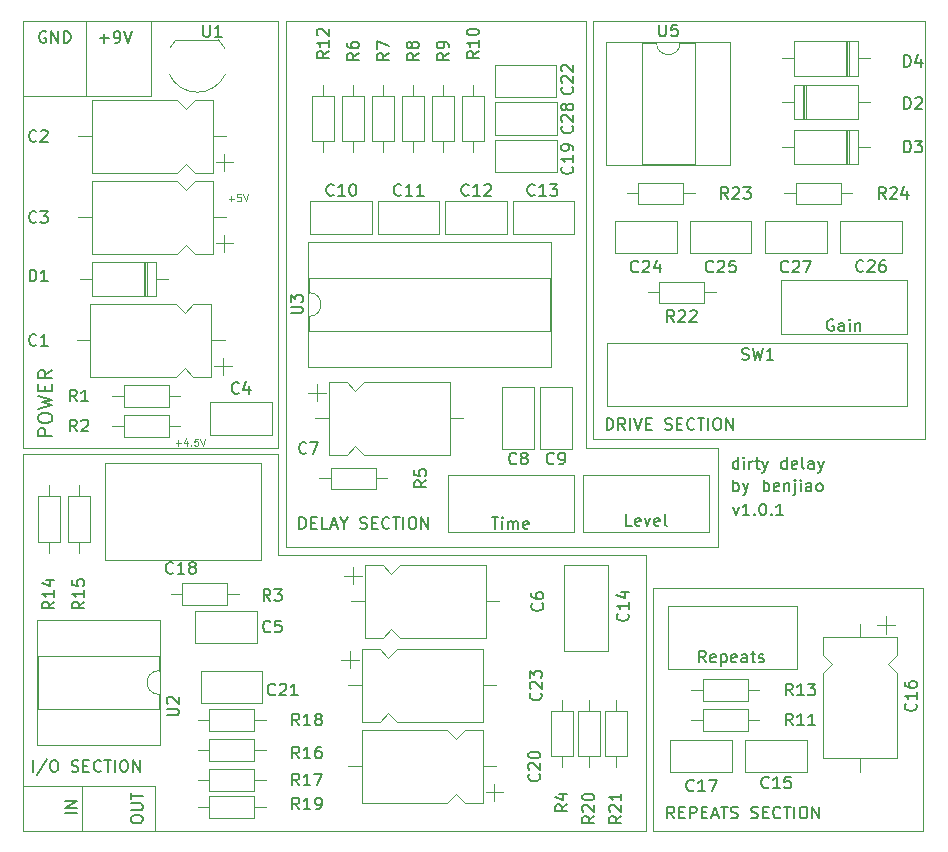
<source format=gbr>
%TF.GenerationSoftware,KiCad,Pcbnew,5.1.8+dfsg1-1~bpo10+1*%
%TF.CreationDate,2020-12-09T14:47:48+08:00*%
%TF.ProjectId,Dirty Delay,44697274-7920-4446-956c-61792e6b6963,rev?*%
%TF.SameCoordinates,Original*%
%TF.FileFunction,Legend,Top*%
%TF.FilePolarity,Positive*%
%FSLAX46Y46*%
G04 Gerber Fmt 4.6, Leading zero omitted, Abs format (unit mm)*
G04 Created by KiCad (PCBNEW 5.1.8+dfsg1-1~bpo10+1) date 2020-12-09 14:47:48*
%MOMM*%
%LPD*%
G01*
G04 APERTURE LIST*
%ADD10C,0.100000*%
%ADD11C,0.150000*%
%ADD12C,0.120000*%
G04 APERTURE END LIST*
D10*
X127244571Y-61383857D02*
X127701714Y-61383857D01*
X127473142Y-61612428D02*
X127473142Y-61155285D01*
X128273142Y-61012428D02*
X127987428Y-61012428D01*
X127958857Y-61298142D01*
X127987428Y-61269571D01*
X128044571Y-61241000D01*
X128187428Y-61241000D01*
X128244571Y-61269571D01*
X128273142Y-61298142D01*
X128301714Y-61355285D01*
X128301714Y-61498142D01*
X128273142Y-61555285D01*
X128244571Y-61583857D01*
X128187428Y-61612428D01*
X128044571Y-61612428D01*
X127987428Y-61583857D01*
X127958857Y-61555285D01*
X128473142Y-61012428D02*
X128673142Y-61612428D01*
X128873142Y-61012428D01*
X122752000Y-82084857D02*
X123209142Y-82084857D01*
X122980571Y-82313428D02*
X122980571Y-81856285D01*
X123752000Y-81913428D02*
X123752000Y-82313428D01*
X123609142Y-81684857D02*
X123466285Y-82113428D01*
X123837714Y-82113428D01*
X124066285Y-82256285D02*
X124094857Y-82284857D01*
X124066285Y-82313428D01*
X124037714Y-82284857D01*
X124066285Y-82256285D01*
X124066285Y-82313428D01*
X124637714Y-81713428D02*
X124352000Y-81713428D01*
X124323428Y-81999142D01*
X124352000Y-81970571D01*
X124409142Y-81942000D01*
X124552000Y-81942000D01*
X124609142Y-81970571D01*
X124637714Y-81999142D01*
X124666285Y-82056285D01*
X124666285Y-82199142D01*
X124637714Y-82256285D01*
X124609142Y-82284857D01*
X124552000Y-82313428D01*
X124409142Y-82313428D01*
X124352000Y-82284857D01*
X124323428Y-82256285D01*
X124837714Y-81713428D02*
X125037714Y-82313428D01*
X125237714Y-81713428D01*
D11*
X169942142Y-87542714D02*
X170180238Y-88209380D01*
X170418333Y-87542714D01*
X171323095Y-88209380D02*
X170751666Y-88209380D01*
X171037380Y-88209380D02*
X171037380Y-87209380D01*
X170942142Y-87352238D01*
X170846904Y-87447476D01*
X170751666Y-87495095D01*
X171751666Y-88114142D02*
X171799285Y-88161761D01*
X171751666Y-88209380D01*
X171704047Y-88161761D01*
X171751666Y-88114142D01*
X171751666Y-88209380D01*
X172418333Y-87209380D02*
X172513571Y-87209380D01*
X172608809Y-87257000D01*
X172656428Y-87304619D01*
X172704047Y-87399857D01*
X172751666Y-87590333D01*
X172751666Y-87828428D01*
X172704047Y-88018904D01*
X172656428Y-88114142D01*
X172608809Y-88161761D01*
X172513571Y-88209380D01*
X172418333Y-88209380D01*
X172323095Y-88161761D01*
X172275476Y-88114142D01*
X172227857Y-88018904D01*
X172180238Y-87828428D01*
X172180238Y-87590333D01*
X172227857Y-87399857D01*
X172275476Y-87304619D01*
X172323095Y-87257000D01*
X172418333Y-87209380D01*
X173180238Y-88114142D02*
X173227857Y-88161761D01*
X173180238Y-88209380D01*
X173132619Y-88161761D01*
X173180238Y-88114142D01*
X173180238Y-88209380D01*
X174180238Y-88209380D02*
X173608809Y-88209380D01*
X173894523Y-88209380D02*
X173894523Y-87209380D01*
X173799285Y-87352238D01*
X173704047Y-87447476D01*
X173608809Y-87495095D01*
X172529809Y-86177380D02*
X172529809Y-85177380D01*
X172529809Y-85558333D02*
X172625047Y-85510714D01*
X172815523Y-85510714D01*
X172910761Y-85558333D01*
X172958380Y-85605952D01*
X173006000Y-85701190D01*
X173006000Y-85986904D01*
X172958380Y-86082142D01*
X172910761Y-86129761D01*
X172815523Y-86177380D01*
X172625047Y-86177380D01*
X172529809Y-86129761D01*
X173815523Y-86129761D02*
X173720285Y-86177380D01*
X173529809Y-86177380D01*
X173434571Y-86129761D01*
X173386952Y-86034523D01*
X173386952Y-85653571D01*
X173434571Y-85558333D01*
X173529809Y-85510714D01*
X173720285Y-85510714D01*
X173815523Y-85558333D01*
X173863142Y-85653571D01*
X173863142Y-85748809D01*
X173386952Y-85844047D01*
X174291714Y-85510714D02*
X174291714Y-86177380D01*
X174291714Y-85605952D02*
X174339333Y-85558333D01*
X174434571Y-85510714D01*
X174577428Y-85510714D01*
X174672666Y-85558333D01*
X174720285Y-85653571D01*
X174720285Y-86177380D01*
X175196476Y-85510714D02*
X175196476Y-86367857D01*
X175148857Y-86463095D01*
X175053619Y-86510714D01*
X175006000Y-86510714D01*
X175196476Y-85177380D02*
X175148857Y-85225000D01*
X175196476Y-85272619D01*
X175244095Y-85225000D01*
X175196476Y-85177380D01*
X175196476Y-85272619D01*
X175672666Y-86177380D02*
X175672666Y-85510714D01*
X175672666Y-85177380D02*
X175625047Y-85225000D01*
X175672666Y-85272619D01*
X175720285Y-85225000D01*
X175672666Y-85177380D01*
X175672666Y-85272619D01*
X176577428Y-86177380D02*
X176577428Y-85653571D01*
X176529809Y-85558333D01*
X176434571Y-85510714D01*
X176244095Y-85510714D01*
X176148857Y-85558333D01*
X176577428Y-86129761D02*
X176482190Y-86177380D01*
X176244095Y-86177380D01*
X176148857Y-86129761D01*
X176101238Y-86034523D01*
X176101238Y-85939285D01*
X176148857Y-85844047D01*
X176244095Y-85796428D01*
X176482190Y-85796428D01*
X176577428Y-85748809D01*
X177196476Y-86177380D02*
X177101238Y-86129761D01*
X177053619Y-86082142D01*
X177006000Y-85986904D01*
X177006000Y-85701190D01*
X177053619Y-85605952D01*
X177101238Y-85558333D01*
X177196476Y-85510714D01*
X177339333Y-85510714D01*
X177434571Y-85558333D01*
X177482190Y-85605952D01*
X177529809Y-85701190D01*
X177529809Y-85986904D01*
X177482190Y-86082142D01*
X177434571Y-86129761D01*
X177339333Y-86177380D01*
X177196476Y-86177380D01*
X169965761Y-86177380D02*
X169965761Y-85177380D01*
X169965761Y-85558333D02*
X170061000Y-85510714D01*
X170251476Y-85510714D01*
X170346714Y-85558333D01*
X170394333Y-85605952D01*
X170441952Y-85701190D01*
X170441952Y-85986904D01*
X170394333Y-86082142D01*
X170346714Y-86129761D01*
X170251476Y-86177380D01*
X170061000Y-86177380D01*
X169965761Y-86129761D01*
X170775285Y-85510714D02*
X171013380Y-86177380D01*
X171251476Y-85510714D02*
X171013380Y-86177380D01*
X170918142Y-86415476D01*
X170870523Y-86463095D01*
X170775285Y-86510714D01*
X170378857Y-84272380D02*
X170378857Y-83272380D01*
X170378857Y-84224761D02*
X170283619Y-84272380D01*
X170093142Y-84272380D01*
X169997904Y-84224761D01*
X169950285Y-84177142D01*
X169902666Y-84081904D01*
X169902666Y-83796190D01*
X169950285Y-83700952D01*
X169997904Y-83653333D01*
X170093142Y-83605714D01*
X170283619Y-83605714D01*
X170378857Y-83653333D01*
X170855047Y-84272380D02*
X170855047Y-83605714D01*
X170855047Y-83272380D02*
X170807428Y-83320000D01*
X170855047Y-83367619D01*
X170902666Y-83320000D01*
X170855047Y-83272380D01*
X170855047Y-83367619D01*
X171331238Y-84272380D02*
X171331238Y-83605714D01*
X171331238Y-83796190D02*
X171378857Y-83700952D01*
X171426476Y-83653333D01*
X171521714Y-83605714D01*
X171616952Y-83605714D01*
X171807428Y-83605714D02*
X172188380Y-83605714D01*
X171950285Y-83272380D02*
X171950285Y-84129523D01*
X171997904Y-84224761D01*
X172093142Y-84272380D01*
X172188380Y-84272380D01*
X172426476Y-83605714D02*
X172664571Y-84272380D01*
X172902666Y-83605714D02*
X172664571Y-84272380D01*
X172569333Y-84510476D01*
X172521714Y-84558095D01*
X172426476Y-84605714D01*
X174474095Y-84272380D02*
X174474095Y-83272380D01*
X174474095Y-84224761D02*
X174378857Y-84272380D01*
X174188380Y-84272380D01*
X174093142Y-84224761D01*
X174045523Y-84177142D01*
X173997904Y-84081904D01*
X173997904Y-83796190D01*
X174045523Y-83700952D01*
X174093142Y-83653333D01*
X174188380Y-83605714D01*
X174378857Y-83605714D01*
X174474095Y-83653333D01*
X175331238Y-84224761D02*
X175236000Y-84272380D01*
X175045523Y-84272380D01*
X174950285Y-84224761D01*
X174902666Y-84129523D01*
X174902666Y-83748571D01*
X174950285Y-83653333D01*
X175045523Y-83605714D01*
X175236000Y-83605714D01*
X175331238Y-83653333D01*
X175378857Y-83748571D01*
X175378857Y-83843809D01*
X174902666Y-83939047D01*
X175950285Y-84272380D02*
X175855047Y-84224761D01*
X175807428Y-84129523D01*
X175807428Y-83272380D01*
X176759809Y-84272380D02*
X176759809Y-83748571D01*
X176712190Y-83653333D01*
X176616952Y-83605714D01*
X176426476Y-83605714D01*
X176331238Y-83653333D01*
X176759809Y-84224761D02*
X176664571Y-84272380D01*
X176426476Y-84272380D01*
X176331238Y-84224761D01*
X176283619Y-84129523D01*
X176283619Y-84034285D01*
X176331238Y-83939047D01*
X176426476Y-83891428D01*
X176664571Y-83891428D01*
X176759809Y-83843809D01*
X177140761Y-83605714D02*
X177378857Y-84272380D01*
X177616952Y-83605714D02*
X177378857Y-84272380D01*
X177283619Y-84510476D01*
X177236000Y-84558095D01*
X177140761Y-84605714D01*
X110665190Y-109926380D02*
X110665190Y-108926380D01*
X111855666Y-108878761D02*
X110998523Y-110164476D01*
X112379476Y-108926380D02*
X112569952Y-108926380D01*
X112665190Y-108974000D01*
X112760428Y-109069238D01*
X112808047Y-109259714D01*
X112808047Y-109593047D01*
X112760428Y-109783523D01*
X112665190Y-109878761D01*
X112569952Y-109926380D01*
X112379476Y-109926380D01*
X112284238Y-109878761D01*
X112189000Y-109783523D01*
X112141380Y-109593047D01*
X112141380Y-109259714D01*
X112189000Y-109069238D01*
X112284238Y-108974000D01*
X112379476Y-108926380D01*
X113950904Y-109878761D02*
X114093761Y-109926380D01*
X114331857Y-109926380D01*
X114427095Y-109878761D01*
X114474714Y-109831142D01*
X114522333Y-109735904D01*
X114522333Y-109640666D01*
X114474714Y-109545428D01*
X114427095Y-109497809D01*
X114331857Y-109450190D01*
X114141380Y-109402571D01*
X114046142Y-109354952D01*
X113998523Y-109307333D01*
X113950904Y-109212095D01*
X113950904Y-109116857D01*
X113998523Y-109021619D01*
X114046142Y-108974000D01*
X114141380Y-108926380D01*
X114379476Y-108926380D01*
X114522333Y-108974000D01*
X114950904Y-109402571D02*
X115284238Y-109402571D01*
X115427095Y-109926380D02*
X114950904Y-109926380D01*
X114950904Y-108926380D01*
X115427095Y-108926380D01*
X116427095Y-109831142D02*
X116379476Y-109878761D01*
X116236619Y-109926380D01*
X116141380Y-109926380D01*
X115998523Y-109878761D01*
X115903285Y-109783523D01*
X115855666Y-109688285D01*
X115808047Y-109497809D01*
X115808047Y-109354952D01*
X115855666Y-109164476D01*
X115903285Y-109069238D01*
X115998523Y-108974000D01*
X116141380Y-108926380D01*
X116236619Y-108926380D01*
X116379476Y-108974000D01*
X116427095Y-109021619D01*
X116712809Y-108926380D02*
X117284238Y-108926380D01*
X116998523Y-109926380D02*
X116998523Y-108926380D01*
X117617571Y-109926380D02*
X117617571Y-108926380D01*
X118284238Y-108926380D02*
X118474714Y-108926380D01*
X118569952Y-108974000D01*
X118665190Y-109069238D01*
X118712809Y-109259714D01*
X118712809Y-109593047D01*
X118665190Y-109783523D01*
X118569952Y-109878761D01*
X118474714Y-109926380D01*
X118284238Y-109926380D01*
X118189000Y-109878761D01*
X118093761Y-109783523D01*
X118046142Y-109593047D01*
X118046142Y-109259714D01*
X118093761Y-109069238D01*
X118189000Y-108974000D01*
X118284238Y-108926380D01*
X119141380Y-109926380D02*
X119141380Y-108926380D01*
X119712809Y-109926380D01*
X119712809Y-108926380D01*
D12*
X114808000Y-111125000D02*
X114808000Y-114935000D01*
X121031000Y-111125000D02*
X121031000Y-114935000D01*
X109855000Y-111125000D02*
X121031000Y-111125000D01*
X109855000Y-83058000D02*
X131445000Y-83058000D01*
X109855000Y-114935000D02*
X109855000Y-83058000D01*
X110617000Y-114935000D02*
X110490000Y-114935000D01*
X162560000Y-114935000D02*
X109855000Y-114935000D01*
X162560000Y-91567000D02*
X162560000Y-114935000D01*
X131445000Y-91440000D02*
X131445000Y-91567000D01*
X162560000Y-91567000D02*
X131445000Y-91567000D01*
X131445000Y-83058000D02*
X131445000Y-91567000D01*
X168656000Y-82550000D02*
X157480000Y-82550000D01*
X168656000Y-90932000D02*
X168656000Y-82550000D01*
X157480000Y-90932000D02*
X168656000Y-90932000D01*
X167894000Y-84836000D02*
X157226000Y-84836000D01*
X167894000Y-89662000D02*
X167894000Y-84836000D01*
X157226000Y-89662000D02*
X167894000Y-89662000D01*
X157226000Y-84836000D02*
X157226000Y-89662000D01*
D11*
X164957857Y-113863380D02*
X164624523Y-113387190D01*
X164386428Y-113863380D02*
X164386428Y-112863380D01*
X164767380Y-112863380D01*
X164862619Y-112911000D01*
X164910238Y-112958619D01*
X164957857Y-113053857D01*
X164957857Y-113196714D01*
X164910238Y-113291952D01*
X164862619Y-113339571D01*
X164767380Y-113387190D01*
X164386428Y-113387190D01*
X165386428Y-113339571D02*
X165719761Y-113339571D01*
X165862619Y-113863380D02*
X165386428Y-113863380D01*
X165386428Y-112863380D01*
X165862619Y-112863380D01*
X166291190Y-113863380D02*
X166291190Y-112863380D01*
X166672142Y-112863380D01*
X166767380Y-112911000D01*
X166815000Y-112958619D01*
X166862619Y-113053857D01*
X166862619Y-113196714D01*
X166815000Y-113291952D01*
X166767380Y-113339571D01*
X166672142Y-113387190D01*
X166291190Y-113387190D01*
X167291190Y-113339571D02*
X167624523Y-113339571D01*
X167767380Y-113863380D02*
X167291190Y-113863380D01*
X167291190Y-112863380D01*
X167767380Y-112863380D01*
X168148333Y-113577666D02*
X168624523Y-113577666D01*
X168053095Y-113863380D02*
X168386428Y-112863380D01*
X168719761Y-113863380D01*
X168910238Y-112863380D02*
X169481666Y-112863380D01*
X169195952Y-113863380D02*
X169195952Y-112863380D01*
X169767380Y-113815761D02*
X169910238Y-113863380D01*
X170148333Y-113863380D01*
X170243571Y-113815761D01*
X170291190Y-113768142D01*
X170338809Y-113672904D01*
X170338809Y-113577666D01*
X170291190Y-113482428D01*
X170243571Y-113434809D01*
X170148333Y-113387190D01*
X169957857Y-113339571D01*
X169862619Y-113291952D01*
X169815000Y-113244333D01*
X169767380Y-113149095D01*
X169767380Y-113053857D01*
X169815000Y-112958619D01*
X169862619Y-112911000D01*
X169957857Y-112863380D01*
X170195952Y-112863380D01*
X170338809Y-112911000D01*
X171481666Y-113815761D02*
X171624523Y-113863380D01*
X171862619Y-113863380D01*
X171957857Y-113815761D01*
X172005476Y-113768142D01*
X172053095Y-113672904D01*
X172053095Y-113577666D01*
X172005476Y-113482428D01*
X171957857Y-113434809D01*
X171862619Y-113387190D01*
X171672142Y-113339571D01*
X171576904Y-113291952D01*
X171529285Y-113244333D01*
X171481666Y-113149095D01*
X171481666Y-113053857D01*
X171529285Y-112958619D01*
X171576904Y-112911000D01*
X171672142Y-112863380D01*
X171910238Y-112863380D01*
X172053095Y-112911000D01*
X172481666Y-113339571D02*
X172815000Y-113339571D01*
X172957857Y-113863380D02*
X172481666Y-113863380D01*
X172481666Y-112863380D01*
X172957857Y-112863380D01*
X173957857Y-113768142D02*
X173910238Y-113815761D01*
X173767380Y-113863380D01*
X173672142Y-113863380D01*
X173529285Y-113815761D01*
X173434047Y-113720523D01*
X173386428Y-113625285D01*
X173338809Y-113434809D01*
X173338809Y-113291952D01*
X173386428Y-113101476D01*
X173434047Y-113006238D01*
X173529285Y-112911000D01*
X173672142Y-112863380D01*
X173767380Y-112863380D01*
X173910238Y-112911000D01*
X173957857Y-112958619D01*
X174243571Y-112863380D02*
X174815000Y-112863380D01*
X174529285Y-113863380D02*
X174529285Y-112863380D01*
X175148333Y-113863380D02*
X175148333Y-112863380D01*
X175815000Y-112863380D02*
X176005476Y-112863380D01*
X176100714Y-112911000D01*
X176195952Y-113006238D01*
X176243571Y-113196714D01*
X176243571Y-113530047D01*
X176195952Y-113720523D01*
X176100714Y-113815761D01*
X176005476Y-113863380D01*
X175815000Y-113863380D01*
X175719761Y-113815761D01*
X175624523Y-113720523D01*
X175576904Y-113530047D01*
X175576904Y-113196714D01*
X175624523Y-113006238D01*
X175719761Y-112911000D01*
X175815000Y-112863380D01*
X176672142Y-113863380D02*
X176672142Y-112863380D01*
X177243571Y-113863380D01*
X177243571Y-112863380D01*
D12*
X163195000Y-94361000D02*
X186055000Y-94361000D01*
X163195000Y-114935000D02*
X163195000Y-94361000D01*
X186055000Y-114935000D02*
X163195000Y-114935000D01*
X186055000Y-94361000D02*
X186055000Y-114935000D01*
X175387000Y-95885000D02*
X164465000Y-95885000D01*
X175387000Y-101219000D02*
X175387000Y-95885000D01*
X164465000Y-101219000D02*
X175387000Y-101219000D01*
X164465000Y-95885000D02*
X164465000Y-101219000D01*
D11*
X133231619Y-89352380D02*
X133231619Y-88352380D01*
X133469714Y-88352380D01*
X133612571Y-88400000D01*
X133707809Y-88495238D01*
X133755428Y-88590476D01*
X133803047Y-88780952D01*
X133803047Y-88923809D01*
X133755428Y-89114285D01*
X133707809Y-89209523D01*
X133612571Y-89304761D01*
X133469714Y-89352380D01*
X133231619Y-89352380D01*
X134231619Y-88828571D02*
X134564952Y-88828571D01*
X134707809Y-89352380D02*
X134231619Y-89352380D01*
X134231619Y-88352380D01*
X134707809Y-88352380D01*
X135612571Y-89352380D02*
X135136380Y-89352380D01*
X135136380Y-88352380D01*
X135898285Y-89066666D02*
X136374476Y-89066666D01*
X135803047Y-89352380D02*
X136136380Y-88352380D01*
X136469714Y-89352380D01*
X136993523Y-88876190D02*
X136993523Y-89352380D01*
X136660190Y-88352380D02*
X136993523Y-88876190D01*
X137326857Y-88352380D01*
X138374476Y-89304761D02*
X138517333Y-89352380D01*
X138755428Y-89352380D01*
X138850666Y-89304761D01*
X138898285Y-89257142D01*
X138945904Y-89161904D01*
X138945904Y-89066666D01*
X138898285Y-88971428D01*
X138850666Y-88923809D01*
X138755428Y-88876190D01*
X138564952Y-88828571D01*
X138469714Y-88780952D01*
X138422095Y-88733333D01*
X138374476Y-88638095D01*
X138374476Y-88542857D01*
X138422095Y-88447619D01*
X138469714Y-88400000D01*
X138564952Y-88352380D01*
X138803047Y-88352380D01*
X138945904Y-88400000D01*
X139374476Y-88828571D02*
X139707809Y-88828571D01*
X139850666Y-89352380D02*
X139374476Y-89352380D01*
X139374476Y-88352380D01*
X139850666Y-88352380D01*
X140850666Y-89257142D02*
X140803047Y-89304761D01*
X140660190Y-89352380D01*
X140564952Y-89352380D01*
X140422095Y-89304761D01*
X140326857Y-89209523D01*
X140279238Y-89114285D01*
X140231619Y-88923809D01*
X140231619Y-88780952D01*
X140279238Y-88590476D01*
X140326857Y-88495238D01*
X140422095Y-88400000D01*
X140564952Y-88352380D01*
X140660190Y-88352380D01*
X140803047Y-88400000D01*
X140850666Y-88447619D01*
X141136380Y-88352380D02*
X141707809Y-88352380D01*
X141422095Y-89352380D02*
X141422095Y-88352380D01*
X142041142Y-89352380D02*
X142041142Y-88352380D01*
X142707809Y-88352380D02*
X142898285Y-88352380D01*
X142993523Y-88400000D01*
X143088761Y-88495238D01*
X143136380Y-88685714D01*
X143136380Y-89019047D01*
X143088761Y-89209523D01*
X142993523Y-89304761D01*
X142898285Y-89352380D01*
X142707809Y-89352380D01*
X142612571Y-89304761D01*
X142517333Y-89209523D01*
X142469714Y-89019047D01*
X142469714Y-88685714D01*
X142517333Y-88495238D01*
X142612571Y-88400000D01*
X142707809Y-88352380D01*
X143564952Y-89352380D02*
X143564952Y-88352380D01*
X144136380Y-89352380D01*
X144136380Y-88352380D01*
D12*
X145796000Y-84836000D02*
X145796000Y-85090000D01*
X156464000Y-84836000D02*
X145796000Y-84836000D01*
X156464000Y-89662000D02*
X156464000Y-84836000D01*
X145796000Y-89662000D02*
X156464000Y-89662000D01*
X145796000Y-85090000D02*
X145796000Y-89662000D01*
X159258000Y-78994000D02*
X159258000Y-73660000D01*
X184658000Y-78994000D02*
X159258000Y-78994000D01*
X184658000Y-73660000D02*
X184658000Y-78994000D01*
X159258000Y-73660000D02*
X184658000Y-73660000D01*
X173990000Y-68326000D02*
X173990000Y-68580000D01*
X184658000Y-68326000D02*
X173990000Y-68326000D01*
X184658000Y-72898000D02*
X184658000Y-68326000D01*
X173990000Y-72898000D02*
X184658000Y-72898000D01*
X173990000Y-72644000D02*
X173990000Y-72898000D01*
X173990000Y-68580000D02*
X173990000Y-72644000D01*
X157480000Y-46355000D02*
X132080000Y-46355000D01*
X157480000Y-82550000D02*
X157480000Y-46355000D01*
X132080000Y-90932000D02*
X157480000Y-90932000D01*
X132080000Y-46355000D02*
X132080000Y-90932000D01*
D11*
X159234857Y-80970380D02*
X159234857Y-79970380D01*
X159472952Y-79970380D01*
X159615809Y-80018000D01*
X159711047Y-80113238D01*
X159758666Y-80208476D01*
X159806285Y-80398952D01*
X159806285Y-80541809D01*
X159758666Y-80732285D01*
X159711047Y-80827523D01*
X159615809Y-80922761D01*
X159472952Y-80970380D01*
X159234857Y-80970380D01*
X160806285Y-80970380D02*
X160472952Y-80494190D01*
X160234857Y-80970380D02*
X160234857Y-79970380D01*
X160615809Y-79970380D01*
X160711047Y-80018000D01*
X160758666Y-80065619D01*
X160806285Y-80160857D01*
X160806285Y-80303714D01*
X160758666Y-80398952D01*
X160711047Y-80446571D01*
X160615809Y-80494190D01*
X160234857Y-80494190D01*
X161234857Y-80970380D02*
X161234857Y-79970380D01*
X161568190Y-79970380D02*
X161901523Y-80970380D01*
X162234857Y-79970380D01*
X162568190Y-80446571D02*
X162901523Y-80446571D01*
X163044380Y-80970380D02*
X162568190Y-80970380D01*
X162568190Y-79970380D01*
X163044380Y-79970380D01*
X164187238Y-80922761D02*
X164330095Y-80970380D01*
X164568190Y-80970380D01*
X164663428Y-80922761D01*
X164711047Y-80875142D01*
X164758666Y-80779904D01*
X164758666Y-80684666D01*
X164711047Y-80589428D01*
X164663428Y-80541809D01*
X164568190Y-80494190D01*
X164377714Y-80446571D01*
X164282476Y-80398952D01*
X164234857Y-80351333D01*
X164187238Y-80256095D01*
X164187238Y-80160857D01*
X164234857Y-80065619D01*
X164282476Y-80018000D01*
X164377714Y-79970380D01*
X164615809Y-79970380D01*
X164758666Y-80018000D01*
X165187238Y-80446571D02*
X165520571Y-80446571D01*
X165663428Y-80970380D02*
X165187238Y-80970380D01*
X165187238Y-79970380D01*
X165663428Y-79970380D01*
X166663428Y-80875142D02*
X166615809Y-80922761D01*
X166472952Y-80970380D01*
X166377714Y-80970380D01*
X166234857Y-80922761D01*
X166139619Y-80827523D01*
X166092000Y-80732285D01*
X166044380Y-80541809D01*
X166044380Y-80398952D01*
X166092000Y-80208476D01*
X166139619Y-80113238D01*
X166234857Y-80018000D01*
X166377714Y-79970380D01*
X166472952Y-79970380D01*
X166615809Y-80018000D01*
X166663428Y-80065619D01*
X166949142Y-79970380D02*
X167520571Y-79970380D01*
X167234857Y-80970380D02*
X167234857Y-79970380D01*
X167853904Y-80970380D02*
X167853904Y-79970380D01*
X168520571Y-79970380D02*
X168711047Y-79970380D01*
X168806285Y-80018000D01*
X168901523Y-80113238D01*
X168949142Y-80303714D01*
X168949142Y-80637047D01*
X168901523Y-80827523D01*
X168806285Y-80922761D01*
X168711047Y-80970380D01*
X168520571Y-80970380D01*
X168425333Y-80922761D01*
X168330095Y-80827523D01*
X168282476Y-80637047D01*
X168282476Y-80303714D01*
X168330095Y-80113238D01*
X168425333Y-80018000D01*
X168520571Y-79970380D01*
X169377714Y-80970380D02*
X169377714Y-79970380D01*
X169949142Y-80970380D01*
X169949142Y-79970380D01*
X112302857Y-81511428D02*
X111102857Y-81511428D01*
X111102857Y-81054285D01*
X111160000Y-80940000D01*
X111217142Y-80882857D01*
X111331428Y-80825714D01*
X111502857Y-80825714D01*
X111617142Y-80882857D01*
X111674285Y-80940000D01*
X111731428Y-81054285D01*
X111731428Y-81511428D01*
X111102857Y-80082857D02*
X111102857Y-79854285D01*
X111160000Y-79740000D01*
X111274285Y-79625714D01*
X111502857Y-79568571D01*
X111902857Y-79568571D01*
X112131428Y-79625714D01*
X112245714Y-79740000D01*
X112302857Y-79854285D01*
X112302857Y-80082857D01*
X112245714Y-80197142D01*
X112131428Y-80311428D01*
X111902857Y-80368571D01*
X111502857Y-80368571D01*
X111274285Y-80311428D01*
X111160000Y-80197142D01*
X111102857Y-80082857D01*
X111102857Y-79168571D02*
X112302857Y-78882857D01*
X111445714Y-78654285D01*
X112302857Y-78425714D01*
X111102857Y-78140000D01*
X111674285Y-77682857D02*
X111674285Y-77282857D01*
X112302857Y-77111428D02*
X112302857Y-77682857D01*
X111102857Y-77682857D01*
X111102857Y-77111428D01*
X112302857Y-75911428D02*
X111731428Y-76311428D01*
X112302857Y-76597142D02*
X111102857Y-76597142D01*
X111102857Y-76140000D01*
X111160000Y-76025714D01*
X111217142Y-75968571D01*
X111331428Y-75911428D01*
X111502857Y-75911428D01*
X111617142Y-75968571D01*
X111674285Y-76025714D01*
X111731428Y-76140000D01*
X111731428Y-76597142D01*
D12*
X186182000Y-46355000D02*
X158115000Y-46355000D01*
X186182000Y-81788000D02*
X186182000Y-46355000D01*
X158115000Y-81788000D02*
X186182000Y-81788000D01*
X158115000Y-46355000D02*
X158115000Y-81788000D01*
D11*
X111760095Y-47252000D02*
X111664857Y-47204380D01*
X111522000Y-47204380D01*
X111379142Y-47252000D01*
X111283904Y-47347238D01*
X111236285Y-47442476D01*
X111188666Y-47632952D01*
X111188666Y-47775809D01*
X111236285Y-47966285D01*
X111283904Y-48061523D01*
X111379142Y-48156761D01*
X111522000Y-48204380D01*
X111617238Y-48204380D01*
X111760095Y-48156761D01*
X111807714Y-48109142D01*
X111807714Y-47775809D01*
X111617238Y-47775809D01*
X112236285Y-48204380D02*
X112236285Y-47204380D01*
X112807714Y-48204380D01*
X112807714Y-47204380D01*
X113283904Y-48204380D02*
X113283904Y-47204380D01*
X113522000Y-47204380D01*
X113664857Y-47252000D01*
X113760095Y-47347238D01*
X113807714Y-47442476D01*
X113855333Y-47632952D01*
X113855333Y-47775809D01*
X113807714Y-47966285D01*
X113760095Y-48061523D01*
X113664857Y-48156761D01*
X113522000Y-48204380D01*
X113283904Y-48204380D01*
X116316285Y-47823428D02*
X117078190Y-47823428D01*
X116697238Y-48204380D02*
X116697238Y-47442476D01*
X117602000Y-48204380D02*
X117792476Y-48204380D01*
X117887714Y-48156761D01*
X117935333Y-48109142D01*
X118030571Y-47966285D01*
X118078190Y-47775809D01*
X118078190Y-47394857D01*
X118030571Y-47299619D01*
X117982952Y-47252000D01*
X117887714Y-47204380D01*
X117697238Y-47204380D01*
X117602000Y-47252000D01*
X117554380Y-47299619D01*
X117506761Y-47394857D01*
X117506761Y-47632952D01*
X117554380Y-47728190D01*
X117602000Y-47775809D01*
X117697238Y-47823428D01*
X117887714Y-47823428D01*
X117982952Y-47775809D01*
X118030571Y-47728190D01*
X118078190Y-47632952D01*
X118363904Y-47204380D02*
X118697238Y-48204380D01*
X119030571Y-47204380D01*
D12*
X115189000Y-46355000D02*
X115189000Y-52705000D01*
X120650000Y-52705000D02*
X109855000Y-52705000D01*
X120650000Y-46355000D02*
X120650000Y-52705000D01*
X131445000Y-46355000D02*
X109855000Y-46355000D01*
X131445000Y-82550000D02*
X131445000Y-46355000D01*
X109855000Y-82550000D02*
X131445000Y-82550000D01*
X109855000Y-46355000D02*
X109855000Y-82550000D01*
%TO.C,U1*%
X122262816Y-48661205D02*
G75*
G02*
X122787000Y-47934000I2324184J-1122795D01*
G01*
X122230600Y-50882807D02*
G75*
G03*
X124587000Y-52384000I2356400J1098807D01*
G01*
X126943400Y-50882807D02*
G75*
G02*
X124587000Y-52384000I-2356400J1098807D01*
G01*
X126911184Y-48661205D02*
G75*
G03*
X126387000Y-47934000I-2324184J-1122795D01*
G01*
X126387000Y-47934000D02*
X122787000Y-47934000D01*
%TO.C,C1*%
X114383000Y-73406000D02*
X115523000Y-73406000D01*
X126903000Y-73406000D02*
X125763000Y-73406000D01*
X122763000Y-70286000D02*
X115523000Y-70286000D01*
X123513000Y-71036000D02*
X122763000Y-70286000D01*
X124263000Y-70286000D02*
X123513000Y-71036000D01*
X125763000Y-70286000D02*
X124263000Y-70286000D01*
X122763000Y-76526000D02*
X115523000Y-76526000D01*
X123513000Y-75776000D02*
X122763000Y-76526000D01*
X124263000Y-76526000D02*
X123513000Y-75776000D01*
X125763000Y-76526000D02*
X124263000Y-76526000D01*
X115523000Y-76526000D02*
X115523000Y-70286000D01*
X125763000Y-76526000D02*
X125763000Y-70286000D01*
X126763000Y-76356000D02*
X126763000Y-74856000D01*
X127513000Y-75606000D02*
X126013000Y-75606000D01*
%TO.C,U5*%
X169715000Y-48140000D02*
X159215000Y-48140000D01*
X169715000Y-58540000D02*
X169715000Y-48140000D01*
X159215000Y-58540000D02*
X169715000Y-58540000D01*
X159215000Y-48140000D02*
X159215000Y-58540000D01*
X166715000Y-48200000D02*
X165465000Y-48200000D01*
X166715000Y-58480000D02*
X166715000Y-48200000D01*
X162215000Y-58480000D02*
X166715000Y-58480000D01*
X162215000Y-48200000D02*
X162215000Y-58480000D01*
X163465000Y-48200000D02*
X162215000Y-48200000D01*
X165465000Y-48200000D02*
G75*
G02*
X163465000Y-48200000I-1000000J0D01*
G01*
%TO.C,C2*%
X127640000Y-58334000D02*
X126140000Y-58334000D01*
X126890000Y-59084000D02*
X126890000Y-57584000D01*
X125890000Y-59254000D02*
X125890000Y-53014000D01*
X115650000Y-59254000D02*
X115650000Y-53014000D01*
X125890000Y-59254000D02*
X124390000Y-59254000D01*
X124390000Y-59254000D02*
X123640000Y-58504000D01*
X123640000Y-58504000D02*
X122890000Y-59254000D01*
X122890000Y-59254000D02*
X115650000Y-59254000D01*
X125890000Y-53014000D02*
X124390000Y-53014000D01*
X124390000Y-53014000D02*
X123640000Y-53764000D01*
X123640000Y-53764000D02*
X122890000Y-53014000D01*
X122890000Y-53014000D02*
X115650000Y-53014000D01*
X127030000Y-56134000D02*
X125890000Y-56134000D01*
X114510000Y-56134000D02*
X115650000Y-56134000D01*
%TO.C,C3*%
X114510000Y-62992000D02*
X115650000Y-62992000D01*
X127030000Y-62992000D02*
X125890000Y-62992000D01*
X122890000Y-59872000D02*
X115650000Y-59872000D01*
X123640000Y-60622000D02*
X122890000Y-59872000D01*
X124390000Y-59872000D02*
X123640000Y-60622000D01*
X125890000Y-59872000D02*
X124390000Y-59872000D01*
X122890000Y-66112000D02*
X115650000Y-66112000D01*
X123640000Y-65362000D02*
X122890000Y-66112000D01*
X124390000Y-66112000D02*
X123640000Y-65362000D01*
X125890000Y-66112000D02*
X124390000Y-66112000D01*
X115650000Y-66112000D02*
X115650000Y-59872000D01*
X125890000Y-66112000D02*
X125890000Y-59872000D01*
X126890000Y-65942000D02*
X126890000Y-64442000D01*
X127640000Y-65192000D02*
X126140000Y-65192000D01*
%TO.C,C4*%
X130910000Y-81380000D02*
X125670000Y-81380000D01*
X130910000Y-78640000D02*
X125670000Y-78640000D01*
X130910000Y-81380000D02*
X130910000Y-78640000D01*
X125670000Y-81380000D02*
X125670000Y-78640000D01*
%TO.C,C5*%
X129640000Y-99033000D02*
X124400000Y-99033000D01*
X129640000Y-96293000D02*
X124400000Y-96293000D01*
X129640000Y-99033000D02*
X129640000Y-96293000D01*
X124400000Y-99033000D02*
X124400000Y-96293000D01*
%TO.C,C6*%
X150158000Y-95504000D02*
X149018000Y-95504000D01*
X137638000Y-95504000D02*
X138778000Y-95504000D01*
X141778000Y-98624000D02*
X149018000Y-98624000D01*
X141028000Y-97874000D02*
X141778000Y-98624000D01*
X140278000Y-98624000D02*
X141028000Y-97874000D01*
X138778000Y-98624000D02*
X140278000Y-98624000D01*
X141778000Y-92384000D02*
X149018000Y-92384000D01*
X141028000Y-93134000D02*
X141778000Y-92384000D01*
X140278000Y-92384000D02*
X141028000Y-93134000D01*
X138778000Y-92384000D02*
X140278000Y-92384000D01*
X149018000Y-92384000D02*
X149018000Y-98624000D01*
X138778000Y-92384000D02*
X138778000Y-98624000D01*
X137778000Y-92554000D02*
X137778000Y-94054000D01*
X137028000Y-93304000D02*
X138528000Y-93304000D01*
%TO.C,C7*%
X147110000Y-80010000D02*
X145970000Y-80010000D01*
X134590000Y-80010000D02*
X135730000Y-80010000D01*
X138730000Y-83130000D02*
X145970000Y-83130000D01*
X137980000Y-82380000D02*
X138730000Y-83130000D01*
X137230000Y-83130000D02*
X137980000Y-82380000D01*
X135730000Y-83130000D02*
X137230000Y-83130000D01*
X138730000Y-76890000D02*
X145970000Y-76890000D01*
X137980000Y-77640000D02*
X138730000Y-76890000D01*
X137230000Y-76890000D02*
X137980000Y-77640000D01*
X135730000Y-76890000D02*
X137230000Y-76890000D01*
X145970000Y-76890000D02*
X145970000Y-83130000D01*
X135730000Y-76890000D02*
X135730000Y-83130000D01*
X134730000Y-77060000D02*
X134730000Y-78560000D01*
X133980000Y-77810000D02*
X135480000Y-77810000D01*
%TO.C,C8*%
X153135000Y-77370000D02*
X153135000Y-82610000D01*
X150395000Y-77370000D02*
X150395000Y-82610000D01*
X153135000Y-77370000D02*
X150395000Y-77370000D01*
X153135000Y-82610000D02*
X150395000Y-82610000D01*
%TO.C,C9*%
X156310000Y-82610000D02*
X153570000Y-82610000D01*
X156310000Y-77370000D02*
X153570000Y-77370000D01*
X153570000Y-77370000D02*
X153570000Y-82610000D01*
X156310000Y-77370000D02*
X156310000Y-82610000D01*
%TO.C,C10*%
X139379000Y-61622000D02*
X139379000Y-64362000D01*
X134139000Y-61622000D02*
X134139000Y-64362000D01*
X134139000Y-64362000D02*
X139379000Y-64362000D01*
X134139000Y-61622000D02*
X139379000Y-61622000D01*
%TO.C,C11*%
X139854000Y-61622000D02*
X145094000Y-61622000D01*
X139854000Y-64362000D02*
X145094000Y-64362000D01*
X139854000Y-61622000D02*
X139854000Y-64362000D01*
X145094000Y-61622000D02*
X145094000Y-64362000D01*
%TO.C,C12*%
X150809000Y-61622000D02*
X150809000Y-64362000D01*
X145569000Y-61622000D02*
X145569000Y-64362000D01*
X145569000Y-64362000D02*
X150809000Y-64362000D01*
X145569000Y-61622000D02*
X150809000Y-61622000D01*
%TO.C,C13*%
X151284000Y-61622000D02*
X156524000Y-61622000D01*
X151284000Y-64362000D02*
X156524000Y-64362000D01*
X151284000Y-61622000D02*
X151284000Y-64362000D01*
X156524000Y-61622000D02*
X156524000Y-64362000D01*
%TO.C,C14*%
X155610000Y-92432000D02*
X159350000Y-92432000D01*
X155610000Y-99672000D02*
X159350000Y-99672000D01*
X159350000Y-99672000D02*
X159350000Y-92432000D01*
X155610000Y-99672000D02*
X155610000Y-92432000D01*
%TO.C,C15*%
X170969000Y-109955000D02*
X170969000Y-107215000D01*
X176209000Y-109955000D02*
X176209000Y-107215000D01*
X176209000Y-107215000D02*
X170969000Y-107215000D01*
X176209000Y-109955000D02*
X170969000Y-109955000D01*
%TO.C,C16*%
X182921000Y-96769000D02*
X182921000Y-98269000D01*
X183671000Y-97519000D02*
X182171000Y-97519000D01*
X183841000Y-98519000D02*
X177601000Y-98519000D01*
X183841000Y-108759000D02*
X177601000Y-108759000D01*
X183841000Y-98519000D02*
X183841000Y-100019000D01*
X183841000Y-100019000D02*
X183091000Y-100769000D01*
X183091000Y-100769000D02*
X183841000Y-101519000D01*
X183841000Y-101519000D02*
X183841000Y-108759000D01*
X177601000Y-98519000D02*
X177601000Y-100019000D01*
X177601000Y-100019000D02*
X178351000Y-100769000D01*
X178351000Y-100769000D02*
X177601000Y-101519000D01*
X177601000Y-101519000D02*
X177601000Y-108759000D01*
X180721000Y-97379000D02*
X180721000Y-98519000D01*
X180721000Y-109899000D02*
X180721000Y-108759000D01*
%TO.C,C17*%
X169859000Y-109955000D02*
X164619000Y-109955000D01*
X169859000Y-107215000D02*
X164619000Y-107215000D01*
X169859000Y-109955000D02*
X169859000Y-107215000D01*
X164619000Y-109955000D02*
X164619000Y-107215000D01*
%TO.C,C18*%
X129984000Y-83764000D02*
X129984000Y-92004000D01*
X116744000Y-83764000D02*
X116744000Y-92004000D01*
X116744000Y-92004000D02*
X129984000Y-92004000D01*
X116744000Y-83764000D02*
X129984000Y-83764000D01*
%TO.C,C19*%
X155040000Y-59155000D02*
X149800000Y-59155000D01*
X155040000Y-56415000D02*
X149800000Y-56415000D01*
X155040000Y-59155000D02*
X155040000Y-56415000D01*
X149800000Y-59155000D02*
X149800000Y-56415000D01*
%TO.C,C20*%
X137370000Y-109474000D02*
X138510000Y-109474000D01*
X149890000Y-109474000D02*
X148750000Y-109474000D01*
X145750000Y-106354000D02*
X138510000Y-106354000D01*
X146500000Y-107104000D02*
X145750000Y-106354000D01*
X147250000Y-106354000D02*
X146500000Y-107104000D01*
X148750000Y-106354000D02*
X147250000Y-106354000D01*
X145750000Y-112594000D02*
X138510000Y-112594000D01*
X146500000Y-111844000D02*
X145750000Y-112594000D01*
X147250000Y-112594000D02*
X146500000Y-111844000D01*
X148750000Y-112594000D02*
X147250000Y-112594000D01*
X138510000Y-112594000D02*
X138510000Y-106354000D01*
X148750000Y-112594000D02*
X148750000Y-106354000D01*
X149750000Y-112424000D02*
X149750000Y-110924000D01*
X150500000Y-111674000D02*
X149000000Y-111674000D01*
%TO.C,C21*%
X130108000Y-101373000D02*
X130108000Y-104113000D01*
X124868000Y-101373000D02*
X124868000Y-104113000D01*
X124868000Y-104113000D02*
X130108000Y-104113000D01*
X124868000Y-101373000D02*
X130108000Y-101373000D01*
%TO.C,C22*%
X155000000Y-50065000D02*
X155000000Y-52805000D01*
X149760000Y-50065000D02*
X149760000Y-52805000D01*
X149760000Y-52805000D02*
X155000000Y-52805000D01*
X149760000Y-50065000D02*
X155000000Y-50065000D01*
%TO.C,C23*%
X136774000Y-100416000D02*
X138274000Y-100416000D01*
X137524000Y-99666000D02*
X137524000Y-101166000D01*
X138524000Y-99496000D02*
X138524000Y-105736000D01*
X148764000Y-99496000D02*
X148764000Y-105736000D01*
X138524000Y-99496000D02*
X140024000Y-99496000D01*
X140024000Y-99496000D02*
X140774000Y-100246000D01*
X140774000Y-100246000D02*
X141524000Y-99496000D01*
X141524000Y-99496000D02*
X148764000Y-99496000D01*
X138524000Y-105736000D02*
X140024000Y-105736000D01*
X140024000Y-105736000D02*
X140774000Y-104986000D01*
X140774000Y-104986000D02*
X141524000Y-105736000D01*
X141524000Y-105736000D02*
X148764000Y-105736000D01*
X137384000Y-102616000D02*
X138524000Y-102616000D01*
X149904000Y-102616000D02*
X148764000Y-102616000D01*
%TO.C,C24*%
X165200000Y-66013000D02*
X159960000Y-66013000D01*
X165200000Y-63273000D02*
X159960000Y-63273000D01*
X165200000Y-66013000D02*
X165200000Y-63273000D01*
X159960000Y-66013000D02*
X159960000Y-63273000D01*
%TO.C,C25*%
X171510000Y-63273000D02*
X171510000Y-66013000D01*
X166270000Y-63273000D02*
X166270000Y-66013000D01*
X166270000Y-66013000D02*
X171510000Y-66013000D01*
X166270000Y-63273000D02*
X171510000Y-63273000D01*
%TO.C,C26*%
X179010000Y-66013000D02*
X179010000Y-63273000D01*
X184250000Y-66013000D02*
X184250000Y-63273000D01*
X184250000Y-63273000D02*
X179010000Y-63273000D01*
X184250000Y-66013000D02*
X179010000Y-66013000D01*
%TO.C,C27*%
X172660000Y-66013000D02*
X172660000Y-63273000D01*
X177900000Y-66013000D02*
X177900000Y-63273000D01*
X177900000Y-63273000D02*
X172660000Y-63273000D01*
X177900000Y-66013000D02*
X172660000Y-66013000D01*
%TO.C,C28*%
X155040000Y-55980000D02*
X149800000Y-55980000D01*
X155040000Y-53240000D02*
X149800000Y-53240000D01*
X155040000Y-55980000D02*
X155040000Y-53240000D01*
X149800000Y-55980000D02*
X149800000Y-53240000D01*
%TO.C,D1*%
X121084000Y-69669000D02*
X121084000Y-66729000D01*
X121084000Y-66729000D02*
X115644000Y-66729000D01*
X115644000Y-66729000D02*
X115644000Y-69669000D01*
X115644000Y-69669000D02*
X121084000Y-69669000D01*
X122104000Y-68199000D02*
X121084000Y-68199000D01*
X114624000Y-68199000D02*
X115644000Y-68199000D01*
X120184000Y-69669000D02*
X120184000Y-66729000D01*
X120064000Y-69669000D02*
X120064000Y-66729000D01*
X120304000Y-69669000D02*
X120304000Y-66729000D01*
%TO.C,D2*%
X179740000Y-51000000D02*
X179740000Y-48060000D01*
X179500000Y-51000000D02*
X179500000Y-48060000D01*
X179620000Y-51000000D02*
X179620000Y-48060000D01*
X174060000Y-49530000D02*
X175080000Y-49530000D01*
X181540000Y-49530000D02*
X180520000Y-49530000D01*
X175080000Y-51000000D02*
X180520000Y-51000000D01*
X175080000Y-48060000D02*
X175080000Y-51000000D01*
X180520000Y-48060000D02*
X175080000Y-48060000D01*
X180520000Y-51000000D02*
X180520000Y-48060000D01*
%TO.C,D3*%
X180520000Y-58493000D02*
X180520000Y-55553000D01*
X180520000Y-55553000D02*
X175080000Y-55553000D01*
X175080000Y-55553000D02*
X175080000Y-58493000D01*
X175080000Y-58493000D02*
X180520000Y-58493000D01*
X181540000Y-57023000D02*
X180520000Y-57023000D01*
X174060000Y-57023000D02*
X175080000Y-57023000D01*
X179620000Y-58493000D02*
X179620000Y-55553000D01*
X179500000Y-58493000D02*
X179500000Y-55553000D01*
X179740000Y-58493000D02*
X179740000Y-55553000D01*
%TO.C,D4*%
X175860000Y-51743000D02*
X175860000Y-54683000D01*
X176100000Y-51743000D02*
X176100000Y-54683000D01*
X175980000Y-51743000D02*
X175980000Y-54683000D01*
X181540000Y-53213000D02*
X180520000Y-53213000D01*
X174060000Y-53213000D02*
X175080000Y-53213000D01*
X180520000Y-51743000D02*
X175080000Y-51743000D01*
X180520000Y-54683000D02*
X180520000Y-51743000D01*
X175080000Y-54683000D02*
X180520000Y-54683000D01*
X175080000Y-51743000D02*
X175080000Y-54683000D01*
%TO.C,R1*%
X123139000Y-78105000D02*
X122189000Y-78105000D01*
X117399000Y-78105000D02*
X118349000Y-78105000D01*
X122189000Y-77185000D02*
X118349000Y-77185000D01*
X122189000Y-79025000D02*
X122189000Y-77185000D01*
X118349000Y-79025000D02*
X122189000Y-79025000D01*
X118349000Y-77185000D02*
X118349000Y-79025000D01*
%TO.C,R2*%
X122189000Y-81565000D02*
X122189000Y-79725000D01*
X122189000Y-79725000D02*
X118349000Y-79725000D01*
X118349000Y-79725000D02*
X118349000Y-81565000D01*
X118349000Y-81565000D02*
X122189000Y-81565000D01*
X123139000Y-80645000D02*
X122189000Y-80645000D01*
X117399000Y-80645000D02*
X118349000Y-80645000D01*
%TO.C,R3*%
X122352000Y-94869000D02*
X123302000Y-94869000D01*
X128092000Y-94869000D02*
X127142000Y-94869000D01*
X123302000Y-95789000D02*
X127142000Y-95789000D01*
X123302000Y-93949000D02*
X123302000Y-95789000D01*
X127142000Y-93949000D02*
X123302000Y-93949000D01*
X127142000Y-95789000D02*
X127142000Y-93949000D01*
%TO.C,R4*%
X154528000Y-108600000D02*
X156368000Y-108600000D01*
X156368000Y-108600000D02*
X156368000Y-104760000D01*
X156368000Y-104760000D02*
X154528000Y-104760000D01*
X154528000Y-104760000D02*
X154528000Y-108600000D01*
X155448000Y-109550000D02*
X155448000Y-108600000D01*
X155448000Y-103810000D02*
X155448000Y-104760000D01*
%TO.C,R5*%
X140665000Y-85090000D02*
X139715000Y-85090000D01*
X134925000Y-85090000D02*
X135875000Y-85090000D01*
X139715000Y-84170000D02*
X135875000Y-84170000D01*
X139715000Y-86010000D02*
X139715000Y-84170000D01*
X135875000Y-86010000D02*
X139715000Y-86010000D01*
X135875000Y-84170000D02*
X135875000Y-86010000D01*
%TO.C,R6*%
X137795000Y-57480000D02*
X137795000Y-56530000D01*
X137795000Y-51740000D02*
X137795000Y-52690000D01*
X138715000Y-56530000D02*
X138715000Y-52690000D01*
X136875000Y-56530000D02*
X138715000Y-56530000D01*
X136875000Y-52690000D02*
X136875000Y-56530000D01*
X138715000Y-52690000D02*
X136875000Y-52690000D01*
%TO.C,R7*%
X139415000Y-56530000D02*
X141255000Y-56530000D01*
X141255000Y-56530000D02*
X141255000Y-52690000D01*
X141255000Y-52690000D02*
X139415000Y-52690000D01*
X139415000Y-52690000D02*
X139415000Y-56530000D01*
X140335000Y-57480000D02*
X140335000Y-56530000D01*
X140335000Y-51740000D02*
X140335000Y-52690000D01*
%TO.C,R8*%
X141955000Y-56530000D02*
X143795000Y-56530000D01*
X143795000Y-56530000D02*
X143795000Y-52690000D01*
X143795000Y-52690000D02*
X141955000Y-52690000D01*
X141955000Y-52690000D02*
X141955000Y-56530000D01*
X142875000Y-57480000D02*
X142875000Y-56530000D01*
X142875000Y-51740000D02*
X142875000Y-52690000D01*
%TO.C,R9*%
X145415000Y-51740000D02*
X145415000Y-52690000D01*
X145415000Y-57480000D02*
X145415000Y-56530000D01*
X144495000Y-52690000D02*
X144495000Y-56530000D01*
X146335000Y-52690000D02*
X144495000Y-52690000D01*
X146335000Y-56530000D02*
X146335000Y-52690000D01*
X144495000Y-56530000D02*
X146335000Y-56530000D01*
%TO.C,R10*%
X147955000Y-51740000D02*
X147955000Y-52690000D01*
X147955000Y-57480000D02*
X147955000Y-56530000D01*
X147035000Y-52690000D02*
X147035000Y-56530000D01*
X148875000Y-52690000D02*
X147035000Y-52690000D01*
X148875000Y-56530000D02*
X148875000Y-52690000D01*
X147035000Y-56530000D02*
X148875000Y-56530000D01*
%TO.C,R11*%
X171211000Y-106457000D02*
X171211000Y-104617000D01*
X171211000Y-104617000D02*
X167371000Y-104617000D01*
X167371000Y-104617000D02*
X167371000Y-106457000D01*
X167371000Y-106457000D02*
X171211000Y-106457000D01*
X172161000Y-105537000D02*
X171211000Y-105537000D01*
X166421000Y-105537000D02*
X167371000Y-105537000D01*
%TO.C,R12*%
X134335000Y-56530000D02*
X136175000Y-56530000D01*
X136175000Y-56530000D02*
X136175000Y-52690000D01*
X136175000Y-52690000D02*
X134335000Y-52690000D01*
X134335000Y-52690000D02*
X134335000Y-56530000D01*
X135255000Y-57480000D02*
X135255000Y-56530000D01*
X135255000Y-51740000D02*
X135255000Y-52690000D01*
%TO.C,R13*%
X172161000Y-102997000D02*
X171211000Y-102997000D01*
X166421000Y-102997000D02*
X167371000Y-102997000D01*
X171211000Y-102077000D02*
X167371000Y-102077000D01*
X171211000Y-103917000D02*
X171211000Y-102077000D01*
X167371000Y-103917000D02*
X171211000Y-103917000D01*
X167371000Y-102077000D02*
X167371000Y-103917000D01*
%TO.C,R14*%
X112014000Y-85649000D02*
X112014000Y-86599000D01*
X112014000Y-91389000D02*
X112014000Y-90439000D01*
X111094000Y-86599000D02*
X111094000Y-90439000D01*
X112934000Y-86599000D02*
X111094000Y-86599000D01*
X112934000Y-90439000D02*
X112934000Y-86599000D01*
X111094000Y-90439000D02*
X112934000Y-90439000D01*
%TO.C,R15*%
X114554000Y-85649000D02*
X114554000Y-86599000D01*
X114554000Y-91389000D02*
X114554000Y-90439000D01*
X113634000Y-86599000D02*
X113634000Y-90439000D01*
X115474000Y-86599000D02*
X113634000Y-86599000D01*
X115474000Y-90439000D02*
X115474000Y-86599000D01*
X113634000Y-90439000D02*
X115474000Y-90439000D01*
%TO.C,R16*%
X124638000Y-108077000D02*
X125588000Y-108077000D01*
X130378000Y-108077000D02*
X129428000Y-108077000D01*
X125588000Y-108997000D02*
X129428000Y-108997000D01*
X125588000Y-107157000D02*
X125588000Y-108997000D01*
X129428000Y-107157000D02*
X125588000Y-107157000D01*
X129428000Y-108997000D02*
X129428000Y-107157000D01*
%TO.C,R17*%
X129428000Y-111537000D02*
X129428000Y-109697000D01*
X129428000Y-109697000D02*
X125588000Y-109697000D01*
X125588000Y-109697000D02*
X125588000Y-111537000D01*
X125588000Y-111537000D02*
X129428000Y-111537000D01*
X130378000Y-110617000D02*
X129428000Y-110617000D01*
X124638000Y-110617000D02*
X125588000Y-110617000D01*
%TO.C,R18*%
X130378000Y-105537000D02*
X129428000Y-105537000D01*
X124638000Y-105537000D02*
X125588000Y-105537000D01*
X129428000Y-104617000D02*
X125588000Y-104617000D01*
X129428000Y-106457000D02*
X129428000Y-104617000D01*
X125588000Y-106457000D02*
X129428000Y-106457000D01*
X125588000Y-104617000D02*
X125588000Y-106457000D01*
%TO.C,R19*%
X129428000Y-113823000D02*
X129428000Y-111983000D01*
X129428000Y-111983000D02*
X125588000Y-111983000D01*
X125588000Y-111983000D02*
X125588000Y-113823000D01*
X125588000Y-113823000D02*
X129428000Y-113823000D01*
X130378000Y-112903000D02*
X129428000Y-112903000D01*
X124638000Y-112903000D02*
X125588000Y-112903000D01*
%TO.C,R20*%
X157734000Y-103810000D02*
X157734000Y-104760000D01*
X157734000Y-109550000D02*
X157734000Y-108600000D01*
X156814000Y-104760000D02*
X156814000Y-108600000D01*
X158654000Y-104760000D02*
X156814000Y-104760000D01*
X158654000Y-108600000D02*
X158654000Y-104760000D01*
X156814000Y-108600000D02*
X158654000Y-108600000D01*
%TO.C,R21*%
X160940000Y-104760000D02*
X159100000Y-104760000D01*
X159100000Y-104760000D02*
X159100000Y-108600000D01*
X159100000Y-108600000D02*
X160940000Y-108600000D01*
X160940000Y-108600000D02*
X160940000Y-104760000D01*
X160020000Y-103810000D02*
X160020000Y-104760000D01*
X160020000Y-109550000D02*
X160020000Y-108600000D01*
%TO.C,R22*%
X163688000Y-68422000D02*
X163688000Y-70262000D01*
X163688000Y-70262000D02*
X167528000Y-70262000D01*
X167528000Y-70262000D02*
X167528000Y-68422000D01*
X167528000Y-68422000D02*
X163688000Y-68422000D01*
X162738000Y-69342000D02*
X163688000Y-69342000D01*
X168478000Y-69342000D02*
X167528000Y-69342000D01*
%TO.C,R23*%
X161910000Y-60040000D02*
X161910000Y-61880000D01*
X161910000Y-61880000D02*
X165750000Y-61880000D01*
X165750000Y-61880000D02*
X165750000Y-60040000D01*
X165750000Y-60040000D02*
X161910000Y-60040000D01*
X160960000Y-60960000D02*
X161910000Y-60960000D01*
X166700000Y-60960000D02*
X165750000Y-60960000D01*
%TO.C,R24*%
X175245000Y-60040000D02*
X175245000Y-61880000D01*
X175245000Y-61880000D02*
X179085000Y-61880000D01*
X179085000Y-61880000D02*
X179085000Y-60040000D01*
X179085000Y-60040000D02*
X175245000Y-60040000D01*
X174295000Y-60960000D02*
X175245000Y-60960000D01*
X180035000Y-60960000D02*
X179085000Y-60960000D01*
%TO.C,U2*%
X121345000Y-101362000D02*
X121345000Y-100112000D01*
X121345000Y-100112000D02*
X111065000Y-100112000D01*
X111065000Y-100112000D02*
X111065000Y-104612000D01*
X111065000Y-104612000D02*
X121345000Y-104612000D01*
X121345000Y-104612000D02*
X121345000Y-103362000D01*
X121405000Y-97112000D02*
X111005000Y-97112000D01*
X111005000Y-97112000D02*
X111005000Y-107612000D01*
X111005000Y-107612000D02*
X121405000Y-107612000D01*
X121405000Y-107612000D02*
X121405000Y-97112000D01*
X121345000Y-103362000D02*
G75*
G02*
X121345000Y-101362000I0J1000000D01*
G01*
%TO.C,U3*%
X133992000Y-65108000D02*
X133992000Y-75608000D01*
X154552000Y-65108000D02*
X133992000Y-65108000D01*
X154552000Y-75608000D02*
X154552000Y-65108000D01*
X133992000Y-75608000D02*
X154552000Y-75608000D01*
X134052000Y-68108000D02*
X134052000Y-69358000D01*
X154492000Y-68108000D02*
X134052000Y-68108000D01*
X154492000Y-72608000D02*
X154492000Y-68108000D01*
X134052000Y-72608000D02*
X154492000Y-72608000D01*
X134052000Y-71358000D02*
X134052000Y-72608000D01*
X134052000Y-69358000D02*
G75*
G02*
X134052000Y-71358000I0J-1000000D01*
G01*
%TO.C,U1*%
D11*
X125095095Y-46696380D02*
X125095095Y-47505904D01*
X125142714Y-47601142D01*
X125190333Y-47648761D01*
X125285571Y-47696380D01*
X125476047Y-47696380D01*
X125571285Y-47648761D01*
X125618904Y-47601142D01*
X125666523Y-47505904D01*
X125666523Y-46696380D01*
X126666523Y-47696380D02*
X126095095Y-47696380D01*
X126380809Y-47696380D02*
X126380809Y-46696380D01*
X126285571Y-46839238D01*
X126190333Y-46934476D01*
X126095095Y-46982095D01*
%TO.C,C1*%
X110958333Y-73763142D02*
X110910714Y-73810761D01*
X110767857Y-73858380D01*
X110672619Y-73858380D01*
X110529761Y-73810761D01*
X110434523Y-73715523D01*
X110386904Y-73620285D01*
X110339285Y-73429809D01*
X110339285Y-73286952D01*
X110386904Y-73096476D01*
X110434523Y-73001238D01*
X110529761Y-72906000D01*
X110672619Y-72858380D01*
X110767857Y-72858380D01*
X110910714Y-72906000D01*
X110958333Y-72953619D01*
X111910714Y-73858380D02*
X111339285Y-73858380D01*
X111625000Y-73858380D02*
X111625000Y-72858380D01*
X111529761Y-73001238D01*
X111434523Y-73096476D01*
X111339285Y-73144095D01*
%TO.C,U5*%
X163703095Y-46652380D02*
X163703095Y-47461904D01*
X163750714Y-47557142D01*
X163798333Y-47604761D01*
X163893571Y-47652380D01*
X164084047Y-47652380D01*
X164179285Y-47604761D01*
X164226904Y-47557142D01*
X164274523Y-47461904D01*
X164274523Y-46652380D01*
X165226904Y-46652380D02*
X164750714Y-46652380D01*
X164703095Y-47128571D01*
X164750714Y-47080952D01*
X164845952Y-47033333D01*
X165084047Y-47033333D01*
X165179285Y-47080952D01*
X165226904Y-47128571D01*
X165274523Y-47223809D01*
X165274523Y-47461904D01*
X165226904Y-47557142D01*
X165179285Y-47604761D01*
X165084047Y-47652380D01*
X164845952Y-47652380D01*
X164750714Y-47604761D01*
X164703095Y-47557142D01*
%TO.C,C2*%
X110958333Y-56491142D02*
X110910714Y-56538761D01*
X110767857Y-56586380D01*
X110672619Y-56586380D01*
X110529761Y-56538761D01*
X110434523Y-56443523D01*
X110386904Y-56348285D01*
X110339285Y-56157809D01*
X110339285Y-56014952D01*
X110386904Y-55824476D01*
X110434523Y-55729238D01*
X110529761Y-55634000D01*
X110672619Y-55586380D01*
X110767857Y-55586380D01*
X110910714Y-55634000D01*
X110958333Y-55681619D01*
X111339285Y-55681619D02*
X111386904Y-55634000D01*
X111482142Y-55586380D01*
X111720238Y-55586380D01*
X111815476Y-55634000D01*
X111863095Y-55681619D01*
X111910714Y-55776857D01*
X111910714Y-55872095D01*
X111863095Y-56014952D01*
X111291666Y-56586380D01*
X111910714Y-56586380D01*
%TO.C,C3*%
X110958333Y-63349142D02*
X110910714Y-63396761D01*
X110767857Y-63444380D01*
X110672619Y-63444380D01*
X110529761Y-63396761D01*
X110434523Y-63301523D01*
X110386904Y-63206285D01*
X110339285Y-63015809D01*
X110339285Y-62872952D01*
X110386904Y-62682476D01*
X110434523Y-62587238D01*
X110529761Y-62492000D01*
X110672619Y-62444380D01*
X110767857Y-62444380D01*
X110910714Y-62492000D01*
X110958333Y-62539619D01*
X111291666Y-62444380D02*
X111910714Y-62444380D01*
X111577380Y-62825333D01*
X111720238Y-62825333D01*
X111815476Y-62872952D01*
X111863095Y-62920571D01*
X111910714Y-63015809D01*
X111910714Y-63253904D01*
X111863095Y-63349142D01*
X111815476Y-63396761D01*
X111720238Y-63444380D01*
X111434523Y-63444380D01*
X111339285Y-63396761D01*
X111291666Y-63349142D01*
%TO.C,C4*%
X128103333Y-77827142D02*
X128055714Y-77874761D01*
X127912857Y-77922380D01*
X127817619Y-77922380D01*
X127674761Y-77874761D01*
X127579523Y-77779523D01*
X127531904Y-77684285D01*
X127484285Y-77493809D01*
X127484285Y-77350952D01*
X127531904Y-77160476D01*
X127579523Y-77065238D01*
X127674761Y-76970000D01*
X127817619Y-76922380D01*
X127912857Y-76922380D01*
X128055714Y-76970000D01*
X128103333Y-77017619D01*
X128960476Y-77255714D02*
X128960476Y-77922380D01*
X128722380Y-76874761D02*
X128484285Y-77589047D01*
X129103333Y-77589047D01*
%TO.C,C5*%
X130770333Y-98020142D02*
X130722714Y-98067761D01*
X130579857Y-98115380D01*
X130484619Y-98115380D01*
X130341761Y-98067761D01*
X130246523Y-97972523D01*
X130198904Y-97877285D01*
X130151285Y-97686809D01*
X130151285Y-97543952D01*
X130198904Y-97353476D01*
X130246523Y-97258238D01*
X130341761Y-97163000D01*
X130484619Y-97115380D01*
X130579857Y-97115380D01*
X130722714Y-97163000D01*
X130770333Y-97210619D01*
X131675095Y-97115380D02*
X131198904Y-97115380D01*
X131151285Y-97591571D01*
X131198904Y-97543952D01*
X131294142Y-97496333D01*
X131532238Y-97496333D01*
X131627476Y-97543952D01*
X131675095Y-97591571D01*
X131722714Y-97686809D01*
X131722714Y-97924904D01*
X131675095Y-98020142D01*
X131627476Y-98067761D01*
X131532238Y-98115380D01*
X131294142Y-98115380D01*
X131198904Y-98067761D01*
X131151285Y-98020142D01*
%TO.C,C6*%
X153773142Y-95670666D02*
X153820761Y-95718285D01*
X153868380Y-95861142D01*
X153868380Y-95956380D01*
X153820761Y-96099238D01*
X153725523Y-96194476D01*
X153630285Y-96242095D01*
X153439809Y-96289714D01*
X153296952Y-96289714D01*
X153106476Y-96242095D01*
X153011238Y-96194476D01*
X152916000Y-96099238D01*
X152868380Y-95956380D01*
X152868380Y-95861142D01*
X152916000Y-95718285D01*
X152963619Y-95670666D01*
X152868380Y-94813523D02*
X152868380Y-95004000D01*
X152916000Y-95099238D01*
X152963619Y-95146857D01*
X153106476Y-95242095D01*
X153296952Y-95289714D01*
X153677904Y-95289714D01*
X153773142Y-95242095D01*
X153820761Y-95194476D01*
X153868380Y-95099238D01*
X153868380Y-94908761D01*
X153820761Y-94813523D01*
X153773142Y-94765904D01*
X153677904Y-94718285D01*
X153439809Y-94718285D01*
X153344571Y-94765904D01*
X153296952Y-94813523D01*
X153249333Y-94908761D01*
X153249333Y-95099238D01*
X153296952Y-95194476D01*
X153344571Y-95242095D01*
X153439809Y-95289714D01*
%TO.C,C7*%
X133818333Y-82907142D02*
X133770714Y-82954761D01*
X133627857Y-83002380D01*
X133532619Y-83002380D01*
X133389761Y-82954761D01*
X133294523Y-82859523D01*
X133246904Y-82764285D01*
X133199285Y-82573809D01*
X133199285Y-82430952D01*
X133246904Y-82240476D01*
X133294523Y-82145238D01*
X133389761Y-82050000D01*
X133532619Y-82002380D01*
X133627857Y-82002380D01*
X133770714Y-82050000D01*
X133818333Y-82097619D01*
X134151666Y-82002380D02*
X134818333Y-82002380D01*
X134389761Y-83002380D01*
%TO.C,C8*%
X151598333Y-83796142D02*
X151550714Y-83843761D01*
X151407857Y-83891380D01*
X151312619Y-83891380D01*
X151169761Y-83843761D01*
X151074523Y-83748523D01*
X151026904Y-83653285D01*
X150979285Y-83462809D01*
X150979285Y-83319952D01*
X151026904Y-83129476D01*
X151074523Y-83034238D01*
X151169761Y-82939000D01*
X151312619Y-82891380D01*
X151407857Y-82891380D01*
X151550714Y-82939000D01*
X151598333Y-82986619D01*
X152169761Y-83319952D02*
X152074523Y-83272333D01*
X152026904Y-83224714D01*
X151979285Y-83129476D01*
X151979285Y-83081857D01*
X152026904Y-82986619D01*
X152074523Y-82939000D01*
X152169761Y-82891380D01*
X152360238Y-82891380D01*
X152455476Y-82939000D01*
X152503095Y-82986619D01*
X152550714Y-83081857D01*
X152550714Y-83129476D01*
X152503095Y-83224714D01*
X152455476Y-83272333D01*
X152360238Y-83319952D01*
X152169761Y-83319952D01*
X152074523Y-83367571D01*
X152026904Y-83415190D01*
X151979285Y-83510428D01*
X151979285Y-83700904D01*
X152026904Y-83796142D01*
X152074523Y-83843761D01*
X152169761Y-83891380D01*
X152360238Y-83891380D01*
X152455476Y-83843761D01*
X152503095Y-83796142D01*
X152550714Y-83700904D01*
X152550714Y-83510428D01*
X152503095Y-83415190D01*
X152455476Y-83367571D01*
X152360238Y-83319952D01*
%TO.C,C9*%
X154773333Y-83796142D02*
X154725714Y-83843761D01*
X154582857Y-83891380D01*
X154487619Y-83891380D01*
X154344761Y-83843761D01*
X154249523Y-83748523D01*
X154201904Y-83653285D01*
X154154285Y-83462809D01*
X154154285Y-83319952D01*
X154201904Y-83129476D01*
X154249523Y-83034238D01*
X154344761Y-82939000D01*
X154487619Y-82891380D01*
X154582857Y-82891380D01*
X154725714Y-82939000D01*
X154773333Y-82986619D01*
X155249523Y-83891380D02*
X155440000Y-83891380D01*
X155535238Y-83843761D01*
X155582857Y-83796142D01*
X155678095Y-83653285D01*
X155725714Y-83462809D01*
X155725714Y-83081857D01*
X155678095Y-82986619D01*
X155630476Y-82939000D01*
X155535238Y-82891380D01*
X155344761Y-82891380D01*
X155249523Y-82939000D01*
X155201904Y-82986619D01*
X155154285Y-83081857D01*
X155154285Y-83319952D01*
X155201904Y-83415190D01*
X155249523Y-83462809D01*
X155344761Y-83510428D01*
X155535238Y-83510428D01*
X155630476Y-83462809D01*
X155678095Y-83415190D01*
X155725714Y-83319952D01*
%TO.C,C10*%
X136136142Y-61063142D02*
X136088523Y-61110761D01*
X135945666Y-61158380D01*
X135850428Y-61158380D01*
X135707571Y-61110761D01*
X135612333Y-61015523D01*
X135564714Y-60920285D01*
X135517095Y-60729809D01*
X135517095Y-60586952D01*
X135564714Y-60396476D01*
X135612333Y-60301238D01*
X135707571Y-60206000D01*
X135850428Y-60158380D01*
X135945666Y-60158380D01*
X136088523Y-60206000D01*
X136136142Y-60253619D01*
X137088523Y-61158380D02*
X136517095Y-61158380D01*
X136802809Y-61158380D02*
X136802809Y-60158380D01*
X136707571Y-60301238D01*
X136612333Y-60396476D01*
X136517095Y-60444095D01*
X137707571Y-60158380D02*
X137802809Y-60158380D01*
X137898047Y-60206000D01*
X137945666Y-60253619D01*
X137993285Y-60348857D01*
X138040904Y-60539333D01*
X138040904Y-60777428D01*
X137993285Y-60967904D01*
X137945666Y-61063142D01*
X137898047Y-61110761D01*
X137802809Y-61158380D01*
X137707571Y-61158380D01*
X137612333Y-61110761D01*
X137564714Y-61063142D01*
X137517095Y-60967904D01*
X137469476Y-60777428D01*
X137469476Y-60539333D01*
X137517095Y-60348857D01*
X137564714Y-60253619D01*
X137612333Y-60206000D01*
X137707571Y-60158380D01*
%TO.C,C11*%
X141851142Y-61063142D02*
X141803523Y-61110761D01*
X141660666Y-61158380D01*
X141565428Y-61158380D01*
X141422571Y-61110761D01*
X141327333Y-61015523D01*
X141279714Y-60920285D01*
X141232095Y-60729809D01*
X141232095Y-60586952D01*
X141279714Y-60396476D01*
X141327333Y-60301238D01*
X141422571Y-60206000D01*
X141565428Y-60158380D01*
X141660666Y-60158380D01*
X141803523Y-60206000D01*
X141851142Y-60253619D01*
X142803523Y-61158380D02*
X142232095Y-61158380D01*
X142517809Y-61158380D02*
X142517809Y-60158380D01*
X142422571Y-60301238D01*
X142327333Y-60396476D01*
X142232095Y-60444095D01*
X143755904Y-61158380D02*
X143184476Y-61158380D01*
X143470190Y-61158380D02*
X143470190Y-60158380D01*
X143374952Y-60301238D01*
X143279714Y-60396476D01*
X143184476Y-60444095D01*
%TO.C,C12*%
X147566142Y-61063142D02*
X147518523Y-61110761D01*
X147375666Y-61158380D01*
X147280428Y-61158380D01*
X147137571Y-61110761D01*
X147042333Y-61015523D01*
X146994714Y-60920285D01*
X146947095Y-60729809D01*
X146947095Y-60586952D01*
X146994714Y-60396476D01*
X147042333Y-60301238D01*
X147137571Y-60206000D01*
X147280428Y-60158380D01*
X147375666Y-60158380D01*
X147518523Y-60206000D01*
X147566142Y-60253619D01*
X148518523Y-61158380D02*
X147947095Y-61158380D01*
X148232809Y-61158380D02*
X148232809Y-60158380D01*
X148137571Y-60301238D01*
X148042333Y-60396476D01*
X147947095Y-60444095D01*
X148899476Y-60253619D02*
X148947095Y-60206000D01*
X149042333Y-60158380D01*
X149280428Y-60158380D01*
X149375666Y-60206000D01*
X149423285Y-60253619D01*
X149470904Y-60348857D01*
X149470904Y-60444095D01*
X149423285Y-60586952D01*
X148851857Y-61158380D01*
X149470904Y-61158380D01*
%TO.C,C13*%
X153154142Y-61063142D02*
X153106523Y-61110761D01*
X152963666Y-61158380D01*
X152868428Y-61158380D01*
X152725571Y-61110761D01*
X152630333Y-61015523D01*
X152582714Y-60920285D01*
X152535095Y-60729809D01*
X152535095Y-60586952D01*
X152582714Y-60396476D01*
X152630333Y-60301238D01*
X152725571Y-60206000D01*
X152868428Y-60158380D01*
X152963666Y-60158380D01*
X153106523Y-60206000D01*
X153154142Y-60253619D01*
X154106523Y-61158380D02*
X153535095Y-61158380D01*
X153820809Y-61158380D02*
X153820809Y-60158380D01*
X153725571Y-60301238D01*
X153630333Y-60396476D01*
X153535095Y-60444095D01*
X154439857Y-60158380D02*
X155058904Y-60158380D01*
X154725571Y-60539333D01*
X154868428Y-60539333D01*
X154963666Y-60586952D01*
X155011285Y-60634571D01*
X155058904Y-60729809D01*
X155058904Y-60967904D01*
X155011285Y-61063142D01*
X154963666Y-61110761D01*
X154868428Y-61158380D01*
X154582714Y-61158380D01*
X154487476Y-61110761D01*
X154439857Y-61063142D01*
%TO.C,C14*%
X161012142Y-96527857D02*
X161059761Y-96575476D01*
X161107380Y-96718333D01*
X161107380Y-96813571D01*
X161059761Y-96956428D01*
X160964523Y-97051666D01*
X160869285Y-97099285D01*
X160678809Y-97146904D01*
X160535952Y-97146904D01*
X160345476Y-97099285D01*
X160250238Y-97051666D01*
X160155000Y-96956428D01*
X160107380Y-96813571D01*
X160107380Y-96718333D01*
X160155000Y-96575476D01*
X160202619Y-96527857D01*
X161107380Y-95575476D02*
X161107380Y-96146904D01*
X161107380Y-95861190D02*
X160107380Y-95861190D01*
X160250238Y-95956428D01*
X160345476Y-96051666D01*
X160393095Y-96146904D01*
X160440714Y-94718333D02*
X161107380Y-94718333D01*
X160059761Y-94956428D02*
X160774047Y-95194523D01*
X160774047Y-94575476D01*
%TO.C,C15*%
X172966142Y-111228142D02*
X172918523Y-111275761D01*
X172775666Y-111323380D01*
X172680428Y-111323380D01*
X172537571Y-111275761D01*
X172442333Y-111180523D01*
X172394714Y-111085285D01*
X172347095Y-110894809D01*
X172347095Y-110751952D01*
X172394714Y-110561476D01*
X172442333Y-110466238D01*
X172537571Y-110371000D01*
X172680428Y-110323380D01*
X172775666Y-110323380D01*
X172918523Y-110371000D01*
X172966142Y-110418619D01*
X173918523Y-111323380D02*
X173347095Y-111323380D01*
X173632809Y-111323380D02*
X173632809Y-110323380D01*
X173537571Y-110466238D01*
X173442333Y-110561476D01*
X173347095Y-110609095D01*
X174823285Y-110323380D02*
X174347095Y-110323380D01*
X174299476Y-110799571D01*
X174347095Y-110751952D01*
X174442333Y-110704333D01*
X174680428Y-110704333D01*
X174775666Y-110751952D01*
X174823285Y-110799571D01*
X174870904Y-110894809D01*
X174870904Y-111132904D01*
X174823285Y-111228142D01*
X174775666Y-111275761D01*
X174680428Y-111323380D01*
X174442333Y-111323380D01*
X174347095Y-111275761D01*
X174299476Y-111228142D01*
%TO.C,C16*%
X185396142Y-104147857D02*
X185443761Y-104195476D01*
X185491380Y-104338333D01*
X185491380Y-104433571D01*
X185443761Y-104576428D01*
X185348523Y-104671666D01*
X185253285Y-104719285D01*
X185062809Y-104766904D01*
X184919952Y-104766904D01*
X184729476Y-104719285D01*
X184634238Y-104671666D01*
X184539000Y-104576428D01*
X184491380Y-104433571D01*
X184491380Y-104338333D01*
X184539000Y-104195476D01*
X184586619Y-104147857D01*
X185491380Y-103195476D02*
X185491380Y-103766904D01*
X185491380Y-103481190D02*
X184491380Y-103481190D01*
X184634238Y-103576428D01*
X184729476Y-103671666D01*
X184777095Y-103766904D01*
X184491380Y-102338333D02*
X184491380Y-102528809D01*
X184539000Y-102624047D01*
X184586619Y-102671666D01*
X184729476Y-102766904D01*
X184919952Y-102814523D01*
X185300904Y-102814523D01*
X185396142Y-102766904D01*
X185443761Y-102719285D01*
X185491380Y-102624047D01*
X185491380Y-102433571D01*
X185443761Y-102338333D01*
X185396142Y-102290714D01*
X185300904Y-102243095D01*
X185062809Y-102243095D01*
X184967571Y-102290714D01*
X184919952Y-102338333D01*
X184872333Y-102433571D01*
X184872333Y-102624047D01*
X184919952Y-102719285D01*
X184967571Y-102766904D01*
X185062809Y-102814523D01*
%TO.C,C17*%
X166616142Y-111482142D02*
X166568523Y-111529761D01*
X166425666Y-111577380D01*
X166330428Y-111577380D01*
X166187571Y-111529761D01*
X166092333Y-111434523D01*
X166044714Y-111339285D01*
X165997095Y-111148809D01*
X165997095Y-111005952D01*
X166044714Y-110815476D01*
X166092333Y-110720238D01*
X166187571Y-110625000D01*
X166330428Y-110577380D01*
X166425666Y-110577380D01*
X166568523Y-110625000D01*
X166616142Y-110672619D01*
X167568523Y-111577380D02*
X166997095Y-111577380D01*
X167282809Y-111577380D02*
X167282809Y-110577380D01*
X167187571Y-110720238D01*
X167092333Y-110815476D01*
X166997095Y-110863095D01*
X167901857Y-110577380D02*
X168568523Y-110577380D01*
X168139952Y-111577380D01*
%TO.C,C18*%
X122547142Y-93067142D02*
X122499523Y-93114761D01*
X122356666Y-93162380D01*
X122261428Y-93162380D01*
X122118571Y-93114761D01*
X122023333Y-93019523D01*
X121975714Y-92924285D01*
X121928095Y-92733809D01*
X121928095Y-92590952D01*
X121975714Y-92400476D01*
X122023333Y-92305238D01*
X122118571Y-92210000D01*
X122261428Y-92162380D01*
X122356666Y-92162380D01*
X122499523Y-92210000D01*
X122547142Y-92257619D01*
X123499523Y-93162380D02*
X122928095Y-93162380D01*
X123213809Y-93162380D02*
X123213809Y-92162380D01*
X123118571Y-92305238D01*
X123023333Y-92400476D01*
X122928095Y-92448095D01*
X124070952Y-92590952D02*
X123975714Y-92543333D01*
X123928095Y-92495714D01*
X123880476Y-92400476D01*
X123880476Y-92352857D01*
X123928095Y-92257619D01*
X123975714Y-92210000D01*
X124070952Y-92162380D01*
X124261428Y-92162380D01*
X124356666Y-92210000D01*
X124404285Y-92257619D01*
X124451904Y-92352857D01*
X124451904Y-92400476D01*
X124404285Y-92495714D01*
X124356666Y-92543333D01*
X124261428Y-92590952D01*
X124070952Y-92590952D01*
X123975714Y-92638571D01*
X123928095Y-92686190D01*
X123880476Y-92781428D01*
X123880476Y-92971904D01*
X123928095Y-93067142D01*
X123975714Y-93114761D01*
X124070952Y-93162380D01*
X124261428Y-93162380D01*
X124356666Y-93114761D01*
X124404285Y-93067142D01*
X124451904Y-92971904D01*
X124451904Y-92781428D01*
X124404285Y-92686190D01*
X124356666Y-92638571D01*
X124261428Y-92590952D01*
%TO.C,C19*%
X156313142Y-58681857D02*
X156360761Y-58729476D01*
X156408380Y-58872333D01*
X156408380Y-58967571D01*
X156360761Y-59110428D01*
X156265523Y-59205666D01*
X156170285Y-59253285D01*
X155979809Y-59300904D01*
X155836952Y-59300904D01*
X155646476Y-59253285D01*
X155551238Y-59205666D01*
X155456000Y-59110428D01*
X155408380Y-58967571D01*
X155408380Y-58872333D01*
X155456000Y-58729476D01*
X155503619Y-58681857D01*
X156408380Y-57729476D02*
X156408380Y-58300904D01*
X156408380Y-58015190D02*
X155408380Y-58015190D01*
X155551238Y-58110428D01*
X155646476Y-58205666D01*
X155694095Y-58300904D01*
X156408380Y-57253285D02*
X156408380Y-57062809D01*
X156360761Y-56967571D01*
X156313142Y-56919952D01*
X156170285Y-56824714D01*
X155979809Y-56777095D01*
X155598857Y-56777095D01*
X155503619Y-56824714D01*
X155456000Y-56872333D01*
X155408380Y-56967571D01*
X155408380Y-57158047D01*
X155456000Y-57253285D01*
X155503619Y-57300904D01*
X155598857Y-57348523D01*
X155836952Y-57348523D01*
X155932190Y-57300904D01*
X155979809Y-57253285D01*
X156027428Y-57158047D01*
X156027428Y-56967571D01*
X155979809Y-56872333D01*
X155932190Y-56824714D01*
X155836952Y-56777095D01*
%TO.C,C20*%
X153519142Y-110116857D02*
X153566761Y-110164476D01*
X153614380Y-110307333D01*
X153614380Y-110402571D01*
X153566761Y-110545428D01*
X153471523Y-110640666D01*
X153376285Y-110688285D01*
X153185809Y-110735904D01*
X153042952Y-110735904D01*
X152852476Y-110688285D01*
X152757238Y-110640666D01*
X152662000Y-110545428D01*
X152614380Y-110402571D01*
X152614380Y-110307333D01*
X152662000Y-110164476D01*
X152709619Y-110116857D01*
X152709619Y-109735904D02*
X152662000Y-109688285D01*
X152614380Y-109593047D01*
X152614380Y-109354952D01*
X152662000Y-109259714D01*
X152709619Y-109212095D01*
X152804857Y-109164476D01*
X152900095Y-109164476D01*
X153042952Y-109212095D01*
X153614380Y-109783523D01*
X153614380Y-109164476D01*
X152614380Y-108545428D02*
X152614380Y-108450190D01*
X152662000Y-108354952D01*
X152709619Y-108307333D01*
X152804857Y-108259714D01*
X152995333Y-108212095D01*
X153233428Y-108212095D01*
X153423904Y-108259714D01*
X153519142Y-108307333D01*
X153566761Y-108354952D01*
X153614380Y-108450190D01*
X153614380Y-108545428D01*
X153566761Y-108640666D01*
X153519142Y-108688285D01*
X153423904Y-108735904D01*
X153233428Y-108783523D01*
X152995333Y-108783523D01*
X152804857Y-108735904D01*
X152709619Y-108688285D01*
X152662000Y-108640666D01*
X152614380Y-108545428D01*
%TO.C,C21*%
X131183142Y-103354142D02*
X131135523Y-103401761D01*
X130992666Y-103449380D01*
X130897428Y-103449380D01*
X130754571Y-103401761D01*
X130659333Y-103306523D01*
X130611714Y-103211285D01*
X130564095Y-103020809D01*
X130564095Y-102877952D01*
X130611714Y-102687476D01*
X130659333Y-102592238D01*
X130754571Y-102497000D01*
X130897428Y-102449380D01*
X130992666Y-102449380D01*
X131135523Y-102497000D01*
X131183142Y-102544619D01*
X131564095Y-102544619D02*
X131611714Y-102497000D01*
X131706952Y-102449380D01*
X131945047Y-102449380D01*
X132040285Y-102497000D01*
X132087904Y-102544619D01*
X132135523Y-102639857D01*
X132135523Y-102735095D01*
X132087904Y-102877952D01*
X131516476Y-103449380D01*
X132135523Y-103449380D01*
X133087904Y-103449380D02*
X132516476Y-103449380D01*
X132802190Y-103449380D02*
X132802190Y-102449380D01*
X132706952Y-102592238D01*
X132611714Y-102687476D01*
X132516476Y-102735095D01*
%TO.C,C22*%
X156313142Y-51950857D02*
X156360761Y-51998476D01*
X156408380Y-52141333D01*
X156408380Y-52236571D01*
X156360761Y-52379428D01*
X156265523Y-52474666D01*
X156170285Y-52522285D01*
X155979809Y-52569904D01*
X155836952Y-52569904D01*
X155646476Y-52522285D01*
X155551238Y-52474666D01*
X155456000Y-52379428D01*
X155408380Y-52236571D01*
X155408380Y-52141333D01*
X155456000Y-51998476D01*
X155503619Y-51950857D01*
X155503619Y-51569904D02*
X155456000Y-51522285D01*
X155408380Y-51427047D01*
X155408380Y-51188952D01*
X155456000Y-51093714D01*
X155503619Y-51046095D01*
X155598857Y-50998476D01*
X155694095Y-50998476D01*
X155836952Y-51046095D01*
X156408380Y-51617523D01*
X156408380Y-50998476D01*
X155503619Y-50617523D02*
X155456000Y-50569904D01*
X155408380Y-50474666D01*
X155408380Y-50236571D01*
X155456000Y-50141333D01*
X155503619Y-50093714D01*
X155598857Y-50046095D01*
X155694095Y-50046095D01*
X155836952Y-50093714D01*
X156408380Y-50665142D01*
X156408380Y-50046095D01*
%TO.C,C23*%
X153646142Y-103258857D02*
X153693761Y-103306476D01*
X153741380Y-103449333D01*
X153741380Y-103544571D01*
X153693761Y-103687428D01*
X153598523Y-103782666D01*
X153503285Y-103830285D01*
X153312809Y-103877904D01*
X153169952Y-103877904D01*
X152979476Y-103830285D01*
X152884238Y-103782666D01*
X152789000Y-103687428D01*
X152741380Y-103544571D01*
X152741380Y-103449333D01*
X152789000Y-103306476D01*
X152836619Y-103258857D01*
X152836619Y-102877904D02*
X152789000Y-102830285D01*
X152741380Y-102735047D01*
X152741380Y-102496952D01*
X152789000Y-102401714D01*
X152836619Y-102354095D01*
X152931857Y-102306476D01*
X153027095Y-102306476D01*
X153169952Y-102354095D01*
X153741380Y-102925523D01*
X153741380Y-102306476D01*
X152741380Y-101973142D02*
X152741380Y-101354095D01*
X153122333Y-101687428D01*
X153122333Y-101544571D01*
X153169952Y-101449333D01*
X153217571Y-101401714D01*
X153312809Y-101354095D01*
X153550904Y-101354095D01*
X153646142Y-101401714D01*
X153693761Y-101449333D01*
X153741380Y-101544571D01*
X153741380Y-101830285D01*
X153693761Y-101925523D01*
X153646142Y-101973142D01*
%TO.C,C24*%
X161917142Y-67540142D02*
X161869523Y-67587761D01*
X161726666Y-67635380D01*
X161631428Y-67635380D01*
X161488571Y-67587761D01*
X161393333Y-67492523D01*
X161345714Y-67397285D01*
X161298095Y-67206809D01*
X161298095Y-67063952D01*
X161345714Y-66873476D01*
X161393333Y-66778238D01*
X161488571Y-66683000D01*
X161631428Y-66635380D01*
X161726666Y-66635380D01*
X161869523Y-66683000D01*
X161917142Y-66730619D01*
X162298095Y-66730619D02*
X162345714Y-66683000D01*
X162440952Y-66635380D01*
X162679047Y-66635380D01*
X162774285Y-66683000D01*
X162821904Y-66730619D01*
X162869523Y-66825857D01*
X162869523Y-66921095D01*
X162821904Y-67063952D01*
X162250476Y-67635380D01*
X162869523Y-67635380D01*
X163726666Y-66968714D02*
X163726666Y-67635380D01*
X163488571Y-66587761D02*
X163250476Y-67302047D01*
X163869523Y-67302047D01*
%TO.C,C25*%
X168267142Y-67540142D02*
X168219523Y-67587761D01*
X168076666Y-67635380D01*
X167981428Y-67635380D01*
X167838571Y-67587761D01*
X167743333Y-67492523D01*
X167695714Y-67397285D01*
X167648095Y-67206809D01*
X167648095Y-67063952D01*
X167695714Y-66873476D01*
X167743333Y-66778238D01*
X167838571Y-66683000D01*
X167981428Y-66635380D01*
X168076666Y-66635380D01*
X168219523Y-66683000D01*
X168267142Y-66730619D01*
X168648095Y-66730619D02*
X168695714Y-66683000D01*
X168790952Y-66635380D01*
X169029047Y-66635380D01*
X169124285Y-66683000D01*
X169171904Y-66730619D01*
X169219523Y-66825857D01*
X169219523Y-66921095D01*
X169171904Y-67063952D01*
X168600476Y-67635380D01*
X169219523Y-67635380D01*
X170124285Y-66635380D02*
X169648095Y-66635380D01*
X169600476Y-67111571D01*
X169648095Y-67063952D01*
X169743333Y-67016333D01*
X169981428Y-67016333D01*
X170076666Y-67063952D01*
X170124285Y-67111571D01*
X170171904Y-67206809D01*
X170171904Y-67444904D01*
X170124285Y-67540142D01*
X170076666Y-67587761D01*
X169981428Y-67635380D01*
X169743333Y-67635380D01*
X169648095Y-67587761D01*
X169600476Y-67540142D01*
%TO.C,C26*%
X180987142Y-67500142D02*
X180939523Y-67547761D01*
X180796666Y-67595380D01*
X180701428Y-67595380D01*
X180558571Y-67547761D01*
X180463333Y-67452523D01*
X180415714Y-67357285D01*
X180368095Y-67166809D01*
X180368095Y-67023952D01*
X180415714Y-66833476D01*
X180463333Y-66738238D01*
X180558571Y-66643000D01*
X180701428Y-66595380D01*
X180796666Y-66595380D01*
X180939523Y-66643000D01*
X180987142Y-66690619D01*
X181368095Y-66690619D02*
X181415714Y-66643000D01*
X181510952Y-66595380D01*
X181749047Y-66595380D01*
X181844285Y-66643000D01*
X181891904Y-66690619D01*
X181939523Y-66785857D01*
X181939523Y-66881095D01*
X181891904Y-67023952D01*
X181320476Y-67595380D01*
X181939523Y-67595380D01*
X182796666Y-66595380D02*
X182606190Y-66595380D01*
X182510952Y-66643000D01*
X182463333Y-66690619D01*
X182368095Y-66833476D01*
X182320476Y-67023952D01*
X182320476Y-67404904D01*
X182368095Y-67500142D01*
X182415714Y-67547761D01*
X182510952Y-67595380D01*
X182701428Y-67595380D01*
X182796666Y-67547761D01*
X182844285Y-67500142D01*
X182891904Y-67404904D01*
X182891904Y-67166809D01*
X182844285Y-67071571D01*
X182796666Y-67023952D01*
X182701428Y-66976333D01*
X182510952Y-66976333D01*
X182415714Y-67023952D01*
X182368095Y-67071571D01*
X182320476Y-67166809D01*
%TO.C,C27*%
X174617142Y-67540142D02*
X174569523Y-67587761D01*
X174426666Y-67635380D01*
X174331428Y-67635380D01*
X174188571Y-67587761D01*
X174093333Y-67492523D01*
X174045714Y-67397285D01*
X173998095Y-67206809D01*
X173998095Y-67063952D01*
X174045714Y-66873476D01*
X174093333Y-66778238D01*
X174188571Y-66683000D01*
X174331428Y-66635380D01*
X174426666Y-66635380D01*
X174569523Y-66683000D01*
X174617142Y-66730619D01*
X174998095Y-66730619D02*
X175045714Y-66683000D01*
X175140952Y-66635380D01*
X175379047Y-66635380D01*
X175474285Y-66683000D01*
X175521904Y-66730619D01*
X175569523Y-66825857D01*
X175569523Y-66921095D01*
X175521904Y-67063952D01*
X174950476Y-67635380D01*
X175569523Y-67635380D01*
X175902857Y-66635380D02*
X176569523Y-66635380D01*
X176140952Y-67635380D01*
%TO.C,C28*%
X156313142Y-55252857D02*
X156360761Y-55300476D01*
X156408380Y-55443333D01*
X156408380Y-55538571D01*
X156360761Y-55681428D01*
X156265523Y-55776666D01*
X156170285Y-55824285D01*
X155979809Y-55871904D01*
X155836952Y-55871904D01*
X155646476Y-55824285D01*
X155551238Y-55776666D01*
X155456000Y-55681428D01*
X155408380Y-55538571D01*
X155408380Y-55443333D01*
X155456000Y-55300476D01*
X155503619Y-55252857D01*
X155503619Y-54871904D02*
X155456000Y-54824285D01*
X155408380Y-54729047D01*
X155408380Y-54490952D01*
X155456000Y-54395714D01*
X155503619Y-54348095D01*
X155598857Y-54300476D01*
X155694095Y-54300476D01*
X155836952Y-54348095D01*
X156408380Y-54919523D01*
X156408380Y-54300476D01*
X155836952Y-53729047D02*
X155789333Y-53824285D01*
X155741714Y-53871904D01*
X155646476Y-53919523D01*
X155598857Y-53919523D01*
X155503619Y-53871904D01*
X155456000Y-53824285D01*
X155408380Y-53729047D01*
X155408380Y-53538571D01*
X155456000Y-53443333D01*
X155503619Y-53395714D01*
X155598857Y-53348095D01*
X155646476Y-53348095D01*
X155741714Y-53395714D01*
X155789333Y-53443333D01*
X155836952Y-53538571D01*
X155836952Y-53729047D01*
X155884571Y-53824285D01*
X155932190Y-53871904D01*
X156027428Y-53919523D01*
X156217904Y-53919523D01*
X156313142Y-53871904D01*
X156360761Y-53824285D01*
X156408380Y-53729047D01*
X156408380Y-53538571D01*
X156360761Y-53443333D01*
X156313142Y-53395714D01*
X156217904Y-53348095D01*
X156027428Y-53348095D01*
X155932190Y-53395714D01*
X155884571Y-53443333D01*
X155836952Y-53538571D01*
%TO.C,D1*%
X110386904Y-68397380D02*
X110386904Y-67397380D01*
X110625000Y-67397380D01*
X110767857Y-67445000D01*
X110863095Y-67540238D01*
X110910714Y-67635476D01*
X110958333Y-67825952D01*
X110958333Y-67968809D01*
X110910714Y-68159285D01*
X110863095Y-68254523D01*
X110767857Y-68349761D01*
X110625000Y-68397380D01*
X110386904Y-68397380D01*
X111910714Y-68397380D02*
X111339285Y-68397380D01*
X111625000Y-68397380D02*
X111625000Y-67397380D01*
X111529761Y-67540238D01*
X111434523Y-67635476D01*
X111339285Y-67683095D01*
%TO.C,D2*%
X184427904Y-53792380D02*
X184427904Y-52792380D01*
X184666000Y-52792380D01*
X184808857Y-52840000D01*
X184904095Y-52935238D01*
X184951714Y-53030476D01*
X184999333Y-53220952D01*
X184999333Y-53363809D01*
X184951714Y-53554285D01*
X184904095Y-53649523D01*
X184808857Y-53744761D01*
X184666000Y-53792380D01*
X184427904Y-53792380D01*
X185380285Y-52887619D02*
X185427904Y-52840000D01*
X185523142Y-52792380D01*
X185761238Y-52792380D01*
X185856476Y-52840000D01*
X185904095Y-52887619D01*
X185951714Y-52982857D01*
X185951714Y-53078095D01*
X185904095Y-53220952D01*
X185332666Y-53792380D01*
X185951714Y-53792380D01*
%TO.C,D3*%
X184427904Y-57475380D02*
X184427904Y-56475380D01*
X184666000Y-56475380D01*
X184808857Y-56523000D01*
X184904095Y-56618238D01*
X184951714Y-56713476D01*
X184999333Y-56903952D01*
X184999333Y-57046809D01*
X184951714Y-57237285D01*
X184904095Y-57332523D01*
X184808857Y-57427761D01*
X184666000Y-57475380D01*
X184427904Y-57475380D01*
X185332666Y-56475380D02*
X185951714Y-56475380D01*
X185618380Y-56856333D01*
X185761238Y-56856333D01*
X185856476Y-56903952D01*
X185904095Y-56951571D01*
X185951714Y-57046809D01*
X185951714Y-57284904D01*
X185904095Y-57380142D01*
X185856476Y-57427761D01*
X185761238Y-57475380D01*
X185475523Y-57475380D01*
X185380285Y-57427761D01*
X185332666Y-57380142D01*
%TO.C,D4*%
X184427904Y-50236380D02*
X184427904Y-49236380D01*
X184666000Y-49236380D01*
X184808857Y-49284000D01*
X184904095Y-49379238D01*
X184951714Y-49474476D01*
X184999333Y-49664952D01*
X184999333Y-49807809D01*
X184951714Y-49998285D01*
X184904095Y-50093523D01*
X184808857Y-50188761D01*
X184666000Y-50236380D01*
X184427904Y-50236380D01*
X185856476Y-49569714D02*
X185856476Y-50236380D01*
X185618380Y-49188761D02*
X185380285Y-49903047D01*
X185999333Y-49903047D01*
%TO.C,Gain*%
X178443047Y-71636000D02*
X178347809Y-71588380D01*
X178204952Y-71588380D01*
X178062095Y-71636000D01*
X177966857Y-71731238D01*
X177919238Y-71826476D01*
X177871619Y-72016952D01*
X177871619Y-72159809D01*
X177919238Y-72350285D01*
X177966857Y-72445523D01*
X178062095Y-72540761D01*
X178204952Y-72588380D01*
X178300190Y-72588380D01*
X178443047Y-72540761D01*
X178490666Y-72493142D01*
X178490666Y-72159809D01*
X178300190Y-72159809D01*
X179347809Y-72588380D02*
X179347809Y-72064571D01*
X179300190Y-71969333D01*
X179204952Y-71921714D01*
X179014476Y-71921714D01*
X178919238Y-71969333D01*
X179347809Y-72540761D02*
X179252571Y-72588380D01*
X179014476Y-72588380D01*
X178919238Y-72540761D01*
X178871619Y-72445523D01*
X178871619Y-72350285D01*
X178919238Y-72255047D01*
X179014476Y-72207428D01*
X179252571Y-72207428D01*
X179347809Y-72159809D01*
X179824000Y-72588380D02*
X179824000Y-71921714D01*
X179824000Y-71588380D02*
X179776380Y-71636000D01*
X179824000Y-71683619D01*
X179871619Y-71636000D01*
X179824000Y-71588380D01*
X179824000Y-71683619D01*
X180300190Y-71921714D02*
X180300190Y-72588380D01*
X180300190Y-72016952D02*
X180347809Y-71969333D01*
X180443047Y-71921714D01*
X180585904Y-71921714D01*
X180681142Y-71969333D01*
X180728761Y-72064571D01*
X180728761Y-72588380D01*
%TO.C,Level*%
X161369523Y-89098380D02*
X160893333Y-89098380D01*
X160893333Y-88098380D01*
X162083809Y-89050761D02*
X161988571Y-89098380D01*
X161798095Y-89098380D01*
X161702857Y-89050761D01*
X161655238Y-88955523D01*
X161655238Y-88574571D01*
X161702857Y-88479333D01*
X161798095Y-88431714D01*
X161988571Y-88431714D01*
X162083809Y-88479333D01*
X162131428Y-88574571D01*
X162131428Y-88669809D01*
X161655238Y-88765047D01*
X162464761Y-88431714D02*
X162702857Y-89098380D01*
X162940952Y-88431714D01*
X163702857Y-89050761D02*
X163607619Y-89098380D01*
X163417142Y-89098380D01*
X163321904Y-89050761D01*
X163274285Y-88955523D01*
X163274285Y-88574571D01*
X163321904Y-88479333D01*
X163417142Y-88431714D01*
X163607619Y-88431714D01*
X163702857Y-88479333D01*
X163750476Y-88574571D01*
X163750476Y-88669809D01*
X163274285Y-88765047D01*
X164321904Y-89098380D02*
X164226666Y-89050761D01*
X164179047Y-88955523D01*
X164179047Y-88098380D01*
%TO.C,R1*%
X114387333Y-78557380D02*
X114054000Y-78081190D01*
X113815904Y-78557380D02*
X113815904Y-77557380D01*
X114196857Y-77557380D01*
X114292095Y-77605000D01*
X114339714Y-77652619D01*
X114387333Y-77747857D01*
X114387333Y-77890714D01*
X114339714Y-77985952D01*
X114292095Y-78033571D01*
X114196857Y-78081190D01*
X113815904Y-78081190D01*
X115339714Y-78557380D02*
X114768285Y-78557380D01*
X115054000Y-78557380D02*
X115054000Y-77557380D01*
X114958761Y-77700238D01*
X114863523Y-77795476D01*
X114768285Y-77843095D01*
%TO.C,R2*%
X114387333Y-81097380D02*
X114054000Y-80621190D01*
X113815904Y-81097380D02*
X113815904Y-80097380D01*
X114196857Y-80097380D01*
X114292095Y-80145000D01*
X114339714Y-80192619D01*
X114387333Y-80287857D01*
X114387333Y-80430714D01*
X114339714Y-80525952D01*
X114292095Y-80573571D01*
X114196857Y-80621190D01*
X113815904Y-80621190D01*
X114768285Y-80192619D02*
X114815904Y-80145000D01*
X114911142Y-80097380D01*
X115149238Y-80097380D01*
X115244476Y-80145000D01*
X115292095Y-80192619D01*
X115339714Y-80287857D01*
X115339714Y-80383095D01*
X115292095Y-80525952D01*
X114720666Y-81097380D01*
X115339714Y-81097380D01*
%TO.C,R3*%
X130770333Y-95448380D02*
X130437000Y-94972190D01*
X130198904Y-95448380D02*
X130198904Y-94448380D01*
X130579857Y-94448380D01*
X130675095Y-94496000D01*
X130722714Y-94543619D01*
X130770333Y-94638857D01*
X130770333Y-94781714D01*
X130722714Y-94876952D01*
X130675095Y-94924571D01*
X130579857Y-94972190D01*
X130198904Y-94972190D01*
X131103666Y-94448380D02*
X131722714Y-94448380D01*
X131389380Y-94829333D01*
X131532238Y-94829333D01*
X131627476Y-94876952D01*
X131675095Y-94924571D01*
X131722714Y-95019809D01*
X131722714Y-95257904D01*
X131675095Y-95353142D01*
X131627476Y-95400761D01*
X131532238Y-95448380D01*
X131246523Y-95448380D01*
X131151285Y-95400761D01*
X131103666Y-95353142D01*
%TO.C,R4*%
X155900380Y-112688666D02*
X155424190Y-113022000D01*
X155900380Y-113260095D02*
X154900380Y-113260095D01*
X154900380Y-112879142D01*
X154948000Y-112783904D01*
X154995619Y-112736285D01*
X155090857Y-112688666D01*
X155233714Y-112688666D01*
X155328952Y-112736285D01*
X155376571Y-112783904D01*
X155424190Y-112879142D01*
X155424190Y-113260095D01*
X155233714Y-111831523D02*
X155900380Y-111831523D01*
X154852761Y-112069619D02*
X155567047Y-112307714D01*
X155567047Y-111688666D01*
%TO.C,R5*%
X143962380Y-85256666D02*
X143486190Y-85590000D01*
X143962380Y-85828095D02*
X142962380Y-85828095D01*
X142962380Y-85447142D01*
X143010000Y-85351904D01*
X143057619Y-85304285D01*
X143152857Y-85256666D01*
X143295714Y-85256666D01*
X143390952Y-85304285D01*
X143438571Y-85351904D01*
X143486190Y-85447142D01*
X143486190Y-85828095D01*
X142962380Y-84351904D02*
X142962380Y-84828095D01*
X143438571Y-84875714D01*
X143390952Y-84828095D01*
X143343333Y-84732857D01*
X143343333Y-84494761D01*
X143390952Y-84399523D01*
X143438571Y-84351904D01*
X143533809Y-84304285D01*
X143771904Y-84304285D01*
X143867142Y-84351904D01*
X143914761Y-84399523D01*
X143962380Y-84494761D01*
X143962380Y-84732857D01*
X143914761Y-84828095D01*
X143867142Y-84875714D01*
%TO.C,R6*%
X138247380Y-49061666D02*
X137771190Y-49395000D01*
X138247380Y-49633095D02*
X137247380Y-49633095D01*
X137247380Y-49252142D01*
X137295000Y-49156904D01*
X137342619Y-49109285D01*
X137437857Y-49061666D01*
X137580714Y-49061666D01*
X137675952Y-49109285D01*
X137723571Y-49156904D01*
X137771190Y-49252142D01*
X137771190Y-49633095D01*
X137247380Y-48204523D02*
X137247380Y-48395000D01*
X137295000Y-48490238D01*
X137342619Y-48537857D01*
X137485476Y-48633095D01*
X137675952Y-48680714D01*
X138056904Y-48680714D01*
X138152142Y-48633095D01*
X138199761Y-48585476D01*
X138247380Y-48490238D01*
X138247380Y-48299761D01*
X138199761Y-48204523D01*
X138152142Y-48156904D01*
X138056904Y-48109285D01*
X137818809Y-48109285D01*
X137723571Y-48156904D01*
X137675952Y-48204523D01*
X137628333Y-48299761D01*
X137628333Y-48490238D01*
X137675952Y-48585476D01*
X137723571Y-48633095D01*
X137818809Y-48680714D01*
%TO.C,R7*%
X140787380Y-49061666D02*
X140311190Y-49395000D01*
X140787380Y-49633095D02*
X139787380Y-49633095D01*
X139787380Y-49252142D01*
X139835000Y-49156904D01*
X139882619Y-49109285D01*
X139977857Y-49061666D01*
X140120714Y-49061666D01*
X140215952Y-49109285D01*
X140263571Y-49156904D01*
X140311190Y-49252142D01*
X140311190Y-49633095D01*
X139787380Y-48728333D02*
X139787380Y-48061666D01*
X140787380Y-48490238D01*
%TO.C,R8*%
X143327380Y-49061666D02*
X142851190Y-49395000D01*
X143327380Y-49633095D02*
X142327380Y-49633095D01*
X142327380Y-49252142D01*
X142375000Y-49156904D01*
X142422619Y-49109285D01*
X142517857Y-49061666D01*
X142660714Y-49061666D01*
X142755952Y-49109285D01*
X142803571Y-49156904D01*
X142851190Y-49252142D01*
X142851190Y-49633095D01*
X142755952Y-48490238D02*
X142708333Y-48585476D01*
X142660714Y-48633095D01*
X142565476Y-48680714D01*
X142517857Y-48680714D01*
X142422619Y-48633095D01*
X142375000Y-48585476D01*
X142327380Y-48490238D01*
X142327380Y-48299761D01*
X142375000Y-48204523D01*
X142422619Y-48156904D01*
X142517857Y-48109285D01*
X142565476Y-48109285D01*
X142660714Y-48156904D01*
X142708333Y-48204523D01*
X142755952Y-48299761D01*
X142755952Y-48490238D01*
X142803571Y-48585476D01*
X142851190Y-48633095D01*
X142946428Y-48680714D01*
X143136904Y-48680714D01*
X143232142Y-48633095D01*
X143279761Y-48585476D01*
X143327380Y-48490238D01*
X143327380Y-48299761D01*
X143279761Y-48204523D01*
X143232142Y-48156904D01*
X143136904Y-48109285D01*
X142946428Y-48109285D01*
X142851190Y-48156904D01*
X142803571Y-48204523D01*
X142755952Y-48299761D01*
%TO.C,R9*%
X145867380Y-49061666D02*
X145391190Y-49395000D01*
X145867380Y-49633095D02*
X144867380Y-49633095D01*
X144867380Y-49252142D01*
X144915000Y-49156904D01*
X144962619Y-49109285D01*
X145057857Y-49061666D01*
X145200714Y-49061666D01*
X145295952Y-49109285D01*
X145343571Y-49156904D01*
X145391190Y-49252142D01*
X145391190Y-49633095D01*
X145867380Y-48585476D02*
X145867380Y-48395000D01*
X145819761Y-48299761D01*
X145772142Y-48252142D01*
X145629285Y-48156904D01*
X145438809Y-48109285D01*
X145057857Y-48109285D01*
X144962619Y-48156904D01*
X144915000Y-48204523D01*
X144867380Y-48299761D01*
X144867380Y-48490238D01*
X144915000Y-48585476D01*
X144962619Y-48633095D01*
X145057857Y-48680714D01*
X145295952Y-48680714D01*
X145391190Y-48633095D01*
X145438809Y-48585476D01*
X145486428Y-48490238D01*
X145486428Y-48299761D01*
X145438809Y-48204523D01*
X145391190Y-48156904D01*
X145295952Y-48109285D01*
%TO.C,R10*%
X148407380Y-48902857D02*
X147931190Y-49236190D01*
X148407380Y-49474285D02*
X147407380Y-49474285D01*
X147407380Y-49093333D01*
X147455000Y-48998095D01*
X147502619Y-48950476D01*
X147597857Y-48902857D01*
X147740714Y-48902857D01*
X147835952Y-48950476D01*
X147883571Y-48998095D01*
X147931190Y-49093333D01*
X147931190Y-49474285D01*
X148407380Y-47950476D02*
X148407380Y-48521904D01*
X148407380Y-48236190D02*
X147407380Y-48236190D01*
X147550238Y-48331428D01*
X147645476Y-48426666D01*
X147693095Y-48521904D01*
X147407380Y-47331428D02*
X147407380Y-47236190D01*
X147455000Y-47140952D01*
X147502619Y-47093333D01*
X147597857Y-47045714D01*
X147788333Y-46998095D01*
X148026428Y-46998095D01*
X148216904Y-47045714D01*
X148312142Y-47093333D01*
X148359761Y-47140952D01*
X148407380Y-47236190D01*
X148407380Y-47331428D01*
X148359761Y-47426666D01*
X148312142Y-47474285D01*
X148216904Y-47521904D01*
X148026428Y-47569523D01*
X147788333Y-47569523D01*
X147597857Y-47521904D01*
X147502619Y-47474285D01*
X147455000Y-47426666D01*
X147407380Y-47331428D01*
%TO.C,R11*%
X174998142Y-105989380D02*
X174664809Y-105513190D01*
X174426714Y-105989380D02*
X174426714Y-104989380D01*
X174807666Y-104989380D01*
X174902904Y-105037000D01*
X174950523Y-105084619D01*
X174998142Y-105179857D01*
X174998142Y-105322714D01*
X174950523Y-105417952D01*
X174902904Y-105465571D01*
X174807666Y-105513190D01*
X174426714Y-105513190D01*
X175950523Y-105989380D02*
X175379095Y-105989380D01*
X175664809Y-105989380D02*
X175664809Y-104989380D01*
X175569571Y-105132238D01*
X175474333Y-105227476D01*
X175379095Y-105275095D01*
X176902904Y-105989380D02*
X176331476Y-105989380D01*
X176617190Y-105989380D02*
X176617190Y-104989380D01*
X176521952Y-105132238D01*
X176426714Y-105227476D01*
X176331476Y-105275095D01*
%TO.C,R12*%
X135707380Y-48902857D02*
X135231190Y-49236190D01*
X135707380Y-49474285D02*
X134707380Y-49474285D01*
X134707380Y-49093333D01*
X134755000Y-48998095D01*
X134802619Y-48950476D01*
X134897857Y-48902857D01*
X135040714Y-48902857D01*
X135135952Y-48950476D01*
X135183571Y-48998095D01*
X135231190Y-49093333D01*
X135231190Y-49474285D01*
X135707380Y-47950476D02*
X135707380Y-48521904D01*
X135707380Y-48236190D02*
X134707380Y-48236190D01*
X134850238Y-48331428D01*
X134945476Y-48426666D01*
X134993095Y-48521904D01*
X134802619Y-47569523D02*
X134755000Y-47521904D01*
X134707380Y-47426666D01*
X134707380Y-47188571D01*
X134755000Y-47093333D01*
X134802619Y-47045714D01*
X134897857Y-46998095D01*
X134993095Y-46998095D01*
X135135952Y-47045714D01*
X135707380Y-47617142D01*
X135707380Y-46998095D01*
%TO.C,R13*%
X174998142Y-103449380D02*
X174664809Y-102973190D01*
X174426714Y-103449380D02*
X174426714Y-102449380D01*
X174807666Y-102449380D01*
X174902904Y-102497000D01*
X174950523Y-102544619D01*
X174998142Y-102639857D01*
X174998142Y-102782714D01*
X174950523Y-102877952D01*
X174902904Y-102925571D01*
X174807666Y-102973190D01*
X174426714Y-102973190D01*
X175950523Y-103449380D02*
X175379095Y-103449380D01*
X175664809Y-103449380D02*
X175664809Y-102449380D01*
X175569571Y-102592238D01*
X175474333Y-102687476D01*
X175379095Y-102735095D01*
X176283857Y-102449380D02*
X176902904Y-102449380D01*
X176569571Y-102830333D01*
X176712428Y-102830333D01*
X176807666Y-102877952D01*
X176855285Y-102925571D01*
X176902904Y-103020809D01*
X176902904Y-103258904D01*
X176855285Y-103354142D01*
X176807666Y-103401761D01*
X176712428Y-103449380D01*
X176426714Y-103449380D01*
X176331476Y-103401761D01*
X176283857Y-103354142D01*
%TO.C,R14*%
X112466380Y-95511857D02*
X111990190Y-95845190D01*
X112466380Y-96083285D02*
X111466380Y-96083285D01*
X111466380Y-95702333D01*
X111514000Y-95607095D01*
X111561619Y-95559476D01*
X111656857Y-95511857D01*
X111799714Y-95511857D01*
X111894952Y-95559476D01*
X111942571Y-95607095D01*
X111990190Y-95702333D01*
X111990190Y-96083285D01*
X112466380Y-94559476D02*
X112466380Y-95130904D01*
X112466380Y-94845190D02*
X111466380Y-94845190D01*
X111609238Y-94940428D01*
X111704476Y-95035666D01*
X111752095Y-95130904D01*
X111799714Y-93702333D02*
X112466380Y-93702333D01*
X111418761Y-93940428D02*
X112133047Y-94178523D01*
X112133047Y-93559476D01*
%TO.C,R15*%
X115006380Y-95511857D02*
X114530190Y-95845190D01*
X115006380Y-96083285D02*
X114006380Y-96083285D01*
X114006380Y-95702333D01*
X114054000Y-95607095D01*
X114101619Y-95559476D01*
X114196857Y-95511857D01*
X114339714Y-95511857D01*
X114434952Y-95559476D01*
X114482571Y-95607095D01*
X114530190Y-95702333D01*
X114530190Y-96083285D01*
X115006380Y-94559476D02*
X115006380Y-95130904D01*
X115006380Y-94845190D02*
X114006380Y-94845190D01*
X114149238Y-94940428D01*
X114244476Y-95035666D01*
X114292095Y-95130904D01*
X114006380Y-93654714D02*
X114006380Y-94130904D01*
X114482571Y-94178523D01*
X114434952Y-94130904D01*
X114387333Y-94035666D01*
X114387333Y-93797571D01*
X114434952Y-93702333D01*
X114482571Y-93654714D01*
X114577809Y-93607095D01*
X114815904Y-93607095D01*
X114911142Y-93654714D01*
X114958761Y-93702333D01*
X115006380Y-93797571D01*
X115006380Y-94035666D01*
X114958761Y-94130904D01*
X114911142Y-94178523D01*
%TO.C,R16*%
X133215142Y-108783380D02*
X132881809Y-108307190D01*
X132643714Y-108783380D02*
X132643714Y-107783380D01*
X133024666Y-107783380D01*
X133119904Y-107831000D01*
X133167523Y-107878619D01*
X133215142Y-107973857D01*
X133215142Y-108116714D01*
X133167523Y-108211952D01*
X133119904Y-108259571D01*
X133024666Y-108307190D01*
X132643714Y-108307190D01*
X134167523Y-108783380D02*
X133596095Y-108783380D01*
X133881809Y-108783380D02*
X133881809Y-107783380D01*
X133786571Y-107926238D01*
X133691333Y-108021476D01*
X133596095Y-108069095D01*
X135024666Y-107783380D02*
X134834190Y-107783380D01*
X134738952Y-107831000D01*
X134691333Y-107878619D01*
X134596095Y-108021476D01*
X134548476Y-108211952D01*
X134548476Y-108592904D01*
X134596095Y-108688142D01*
X134643714Y-108735761D01*
X134738952Y-108783380D01*
X134929428Y-108783380D01*
X135024666Y-108735761D01*
X135072285Y-108688142D01*
X135119904Y-108592904D01*
X135119904Y-108354809D01*
X135072285Y-108259571D01*
X135024666Y-108211952D01*
X134929428Y-108164333D01*
X134738952Y-108164333D01*
X134643714Y-108211952D01*
X134596095Y-108259571D01*
X134548476Y-108354809D01*
%TO.C,R17*%
X133215142Y-111069380D02*
X132881809Y-110593190D01*
X132643714Y-111069380D02*
X132643714Y-110069380D01*
X133024666Y-110069380D01*
X133119904Y-110117000D01*
X133167523Y-110164619D01*
X133215142Y-110259857D01*
X133215142Y-110402714D01*
X133167523Y-110497952D01*
X133119904Y-110545571D01*
X133024666Y-110593190D01*
X132643714Y-110593190D01*
X134167523Y-111069380D02*
X133596095Y-111069380D01*
X133881809Y-111069380D02*
X133881809Y-110069380D01*
X133786571Y-110212238D01*
X133691333Y-110307476D01*
X133596095Y-110355095D01*
X134500857Y-110069380D02*
X135167523Y-110069380D01*
X134738952Y-111069380D01*
%TO.C,R18*%
X133215142Y-105989380D02*
X132881809Y-105513190D01*
X132643714Y-105989380D02*
X132643714Y-104989380D01*
X133024666Y-104989380D01*
X133119904Y-105037000D01*
X133167523Y-105084619D01*
X133215142Y-105179857D01*
X133215142Y-105322714D01*
X133167523Y-105417952D01*
X133119904Y-105465571D01*
X133024666Y-105513190D01*
X132643714Y-105513190D01*
X134167523Y-105989380D02*
X133596095Y-105989380D01*
X133881809Y-105989380D02*
X133881809Y-104989380D01*
X133786571Y-105132238D01*
X133691333Y-105227476D01*
X133596095Y-105275095D01*
X134738952Y-105417952D02*
X134643714Y-105370333D01*
X134596095Y-105322714D01*
X134548476Y-105227476D01*
X134548476Y-105179857D01*
X134596095Y-105084619D01*
X134643714Y-105037000D01*
X134738952Y-104989380D01*
X134929428Y-104989380D01*
X135024666Y-105037000D01*
X135072285Y-105084619D01*
X135119904Y-105179857D01*
X135119904Y-105227476D01*
X135072285Y-105322714D01*
X135024666Y-105370333D01*
X134929428Y-105417952D01*
X134738952Y-105417952D01*
X134643714Y-105465571D01*
X134596095Y-105513190D01*
X134548476Y-105608428D01*
X134548476Y-105798904D01*
X134596095Y-105894142D01*
X134643714Y-105941761D01*
X134738952Y-105989380D01*
X134929428Y-105989380D01*
X135024666Y-105941761D01*
X135072285Y-105894142D01*
X135119904Y-105798904D01*
X135119904Y-105608428D01*
X135072285Y-105513190D01*
X135024666Y-105465571D01*
X134929428Y-105417952D01*
%TO.C,R19*%
X133215142Y-113101380D02*
X132881809Y-112625190D01*
X132643714Y-113101380D02*
X132643714Y-112101380D01*
X133024666Y-112101380D01*
X133119904Y-112149000D01*
X133167523Y-112196619D01*
X133215142Y-112291857D01*
X133215142Y-112434714D01*
X133167523Y-112529952D01*
X133119904Y-112577571D01*
X133024666Y-112625190D01*
X132643714Y-112625190D01*
X134167523Y-113101380D02*
X133596095Y-113101380D01*
X133881809Y-113101380D02*
X133881809Y-112101380D01*
X133786571Y-112244238D01*
X133691333Y-112339476D01*
X133596095Y-112387095D01*
X134643714Y-113101380D02*
X134834190Y-113101380D01*
X134929428Y-113053761D01*
X134977047Y-113006142D01*
X135072285Y-112863285D01*
X135119904Y-112672809D01*
X135119904Y-112291857D01*
X135072285Y-112196619D01*
X135024666Y-112149000D01*
X134929428Y-112101380D01*
X134738952Y-112101380D01*
X134643714Y-112149000D01*
X134596095Y-112196619D01*
X134548476Y-112291857D01*
X134548476Y-112529952D01*
X134596095Y-112625190D01*
X134643714Y-112672809D01*
X134738952Y-112720428D01*
X134929428Y-112720428D01*
X135024666Y-112672809D01*
X135072285Y-112625190D01*
X135119904Y-112529952D01*
%TO.C,R20*%
X158186380Y-113672857D02*
X157710190Y-114006190D01*
X158186380Y-114244285D02*
X157186380Y-114244285D01*
X157186380Y-113863333D01*
X157234000Y-113768095D01*
X157281619Y-113720476D01*
X157376857Y-113672857D01*
X157519714Y-113672857D01*
X157614952Y-113720476D01*
X157662571Y-113768095D01*
X157710190Y-113863333D01*
X157710190Y-114244285D01*
X157281619Y-113291904D02*
X157234000Y-113244285D01*
X157186380Y-113149047D01*
X157186380Y-112910952D01*
X157234000Y-112815714D01*
X157281619Y-112768095D01*
X157376857Y-112720476D01*
X157472095Y-112720476D01*
X157614952Y-112768095D01*
X158186380Y-113339523D01*
X158186380Y-112720476D01*
X157186380Y-112101428D02*
X157186380Y-112006190D01*
X157234000Y-111910952D01*
X157281619Y-111863333D01*
X157376857Y-111815714D01*
X157567333Y-111768095D01*
X157805428Y-111768095D01*
X157995904Y-111815714D01*
X158091142Y-111863333D01*
X158138761Y-111910952D01*
X158186380Y-112006190D01*
X158186380Y-112101428D01*
X158138761Y-112196666D01*
X158091142Y-112244285D01*
X157995904Y-112291904D01*
X157805428Y-112339523D01*
X157567333Y-112339523D01*
X157376857Y-112291904D01*
X157281619Y-112244285D01*
X157234000Y-112196666D01*
X157186380Y-112101428D01*
%TO.C,R21*%
X160472380Y-113672857D02*
X159996190Y-114006190D01*
X160472380Y-114244285D02*
X159472380Y-114244285D01*
X159472380Y-113863333D01*
X159520000Y-113768095D01*
X159567619Y-113720476D01*
X159662857Y-113672857D01*
X159805714Y-113672857D01*
X159900952Y-113720476D01*
X159948571Y-113768095D01*
X159996190Y-113863333D01*
X159996190Y-114244285D01*
X159567619Y-113291904D02*
X159520000Y-113244285D01*
X159472380Y-113149047D01*
X159472380Y-112910952D01*
X159520000Y-112815714D01*
X159567619Y-112768095D01*
X159662857Y-112720476D01*
X159758095Y-112720476D01*
X159900952Y-112768095D01*
X160472380Y-113339523D01*
X160472380Y-112720476D01*
X160472380Y-111768095D02*
X160472380Y-112339523D01*
X160472380Y-112053809D02*
X159472380Y-112053809D01*
X159615238Y-112149047D01*
X159710476Y-112244285D01*
X159758095Y-112339523D01*
%TO.C,R22*%
X164965142Y-71826380D02*
X164631809Y-71350190D01*
X164393714Y-71826380D02*
X164393714Y-70826380D01*
X164774666Y-70826380D01*
X164869904Y-70874000D01*
X164917523Y-70921619D01*
X164965142Y-71016857D01*
X164965142Y-71159714D01*
X164917523Y-71254952D01*
X164869904Y-71302571D01*
X164774666Y-71350190D01*
X164393714Y-71350190D01*
X165346095Y-70921619D02*
X165393714Y-70874000D01*
X165488952Y-70826380D01*
X165727047Y-70826380D01*
X165822285Y-70874000D01*
X165869904Y-70921619D01*
X165917523Y-71016857D01*
X165917523Y-71112095D01*
X165869904Y-71254952D01*
X165298476Y-71826380D01*
X165917523Y-71826380D01*
X166298476Y-70921619D02*
X166346095Y-70874000D01*
X166441333Y-70826380D01*
X166679428Y-70826380D01*
X166774666Y-70874000D01*
X166822285Y-70921619D01*
X166869904Y-71016857D01*
X166869904Y-71112095D01*
X166822285Y-71254952D01*
X166250857Y-71826380D01*
X166869904Y-71826380D01*
%TO.C,R23*%
X169537142Y-61412380D02*
X169203809Y-60936190D01*
X168965714Y-61412380D02*
X168965714Y-60412380D01*
X169346666Y-60412380D01*
X169441904Y-60460000D01*
X169489523Y-60507619D01*
X169537142Y-60602857D01*
X169537142Y-60745714D01*
X169489523Y-60840952D01*
X169441904Y-60888571D01*
X169346666Y-60936190D01*
X168965714Y-60936190D01*
X169918095Y-60507619D02*
X169965714Y-60460000D01*
X170060952Y-60412380D01*
X170299047Y-60412380D01*
X170394285Y-60460000D01*
X170441904Y-60507619D01*
X170489523Y-60602857D01*
X170489523Y-60698095D01*
X170441904Y-60840952D01*
X169870476Y-61412380D01*
X170489523Y-61412380D01*
X170822857Y-60412380D02*
X171441904Y-60412380D01*
X171108571Y-60793333D01*
X171251428Y-60793333D01*
X171346666Y-60840952D01*
X171394285Y-60888571D01*
X171441904Y-60983809D01*
X171441904Y-61221904D01*
X171394285Y-61317142D01*
X171346666Y-61364761D01*
X171251428Y-61412380D01*
X170965714Y-61412380D01*
X170870476Y-61364761D01*
X170822857Y-61317142D01*
%TO.C,R24*%
X182872142Y-61412380D02*
X182538809Y-60936190D01*
X182300714Y-61412380D02*
X182300714Y-60412380D01*
X182681666Y-60412380D01*
X182776904Y-60460000D01*
X182824523Y-60507619D01*
X182872142Y-60602857D01*
X182872142Y-60745714D01*
X182824523Y-60840952D01*
X182776904Y-60888571D01*
X182681666Y-60936190D01*
X182300714Y-60936190D01*
X183253095Y-60507619D02*
X183300714Y-60460000D01*
X183395952Y-60412380D01*
X183634047Y-60412380D01*
X183729285Y-60460000D01*
X183776904Y-60507619D01*
X183824523Y-60602857D01*
X183824523Y-60698095D01*
X183776904Y-60840952D01*
X183205476Y-61412380D01*
X183824523Y-61412380D01*
X184681666Y-60745714D02*
X184681666Y-61412380D01*
X184443571Y-60364761D02*
X184205476Y-61079047D01*
X184824523Y-61079047D01*
%TO.C,Repeats*%
X167656142Y-100655380D02*
X167322809Y-100179190D01*
X167084714Y-100655380D02*
X167084714Y-99655380D01*
X167465666Y-99655380D01*
X167560904Y-99703000D01*
X167608523Y-99750619D01*
X167656142Y-99845857D01*
X167656142Y-99988714D01*
X167608523Y-100083952D01*
X167560904Y-100131571D01*
X167465666Y-100179190D01*
X167084714Y-100179190D01*
X168465666Y-100607761D02*
X168370428Y-100655380D01*
X168179952Y-100655380D01*
X168084714Y-100607761D01*
X168037095Y-100512523D01*
X168037095Y-100131571D01*
X168084714Y-100036333D01*
X168179952Y-99988714D01*
X168370428Y-99988714D01*
X168465666Y-100036333D01*
X168513285Y-100131571D01*
X168513285Y-100226809D01*
X168037095Y-100322047D01*
X168941857Y-99988714D02*
X168941857Y-100988714D01*
X168941857Y-100036333D02*
X169037095Y-99988714D01*
X169227571Y-99988714D01*
X169322809Y-100036333D01*
X169370428Y-100083952D01*
X169418047Y-100179190D01*
X169418047Y-100464904D01*
X169370428Y-100560142D01*
X169322809Y-100607761D01*
X169227571Y-100655380D01*
X169037095Y-100655380D01*
X168941857Y-100607761D01*
X170227571Y-100607761D02*
X170132333Y-100655380D01*
X169941857Y-100655380D01*
X169846619Y-100607761D01*
X169799000Y-100512523D01*
X169799000Y-100131571D01*
X169846619Y-100036333D01*
X169941857Y-99988714D01*
X170132333Y-99988714D01*
X170227571Y-100036333D01*
X170275190Y-100131571D01*
X170275190Y-100226809D01*
X169799000Y-100322047D01*
X171132333Y-100655380D02*
X171132333Y-100131571D01*
X171084714Y-100036333D01*
X170989476Y-99988714D01*
X170799000Y-99988714D01*
X170703761Y-100036333D01*
X171132333Y-100607761D02*
X171037095Y-100655380D01*
X170799000Y-100655380D01*
X170703761Y-100607761D01*
X170656142Y-100512523D01*
X170656142Y-100417285D01*
X170703761Y-100322047D01*
X170799000Y-100274428D01*
X171037095Y-100274428D01*
X171132333Y-100226809D01*
X171465666Y-99988714D02*
X171846619Y-99988714D01*
X171608523Y-99655380D02*
X171608523Y-100512523D01*
X171656142Y-100607761D01*
X171751380Y-100655380D01*
X171846619Y-100655380D01*
X172132333Y-100607761D02*
X172227571Y-100655380D01*
X172418047Y-100655380D01*
X172513285Y-100607761D01*
X172560904Y-100512523D01*
X172560904Y-100464904D01*
X172513285Y-100369666D01*
X172418047Y-100322047D01*
X172275190Y-100322047D01*
X172179952Y-100274428D01*
X172132333Y-100179190D01*
X172132333Y-100131571D01*
X172179952Y-100036333D01*
X172275190Y-99988714D01*
X172418047Y-99988714D01*
X172513285Y-100036333D01*
%TO.C,Time*%
X149510952Y-88352380D02*
X150082380Y-88352380D01*
X149796666Y-89352380D02*
X149796666Y-88352380D01*
X150415714Y-89352380D02*
X150415714Y-88685714D01*
X150415714Y-88352380D02*
X150368095Y-88400000D01*
X150415714Y-88447619D01*
X150463333Y-88400000D01*
X150415714Y-88352380D01*
X150415714Y-88447619D01*
X150891904Y-89352380D02*
X150891904Y-88685714D01*
X150891904Y-88780952D02*
X150939523Y-88733333D01*
X151034761Y-88685714D01*
X151177619Y-88685714D01*
X151272857Y-88733333D01*
X151320476Y-88828571D01*
X151320476Y-89352380D01*
X151320476Y-88828571D02*
X151368095Y-88733333D01*
X151463333Y-88685714D01*
X151606190Y-88685714D01*
X151701428Y-88733333D01*
X151749047Y-88828571D01*
X151749047Y-89352380D01*
X152606190Y-89304761D02*
X152510952Y-89352380D01*
X152320476Y-89352380D01*
X152225238Y-89304761D01*
X152177619Y-89209523D01*
X152177619Y-88828571D01*
X152225238Y-88733333D01*
X152320476Y-88685714D01*
X152510952Y-88685714D01*
X152606190Y-88733333D01*
X152653809Y-88828571D01*
X152653809Y-88923809D01*
X152177619Y-89019047D01*
%TO.C,U2*%
X122007380Y-105155904D02*
X122816904Y-105155904D01*
X122912142Y-105108285D01*
X122959761Y-105060666D01*
X123007380Y-104965428D01*
X123007380Y-104774952D01*
X122959761Y-104679714D01*
X122912142Y-104632095D01*
X122816904Y-104584476D01*
X122007380Y-104584476D01*
X122102619Y-104155904D02*
X122055000Y-104108285D01*
X122007380Y-104013047D01*
X122007380Y-103774952D01*
X122055000Y-103679714D01*
X122102619Y-103632095D01*
X122197857Y-103584476D01*
X122293095Y-103584476D01*
X122435952Y-103632095D01*
X123007380Y-104203523D01*
X123007380Y-103584476D01*
%TO.C,U3*%
X132504380Y-71119904D02*
X133313904Y-71119904D01*
X133409142Y-71072285D01*
X133456761Y-71024666D01*
X133504380Y-70929428D01*
X133504380Y-70738952D01*
X133456761Y-70643714D01*
X133409142Y-70596095D01*
X133313904Y-70548476D01*
X132504380Y-70548476D01*
X132504380Y-70167523D02*
X132504380Y-69548476D01*
X132885333Y-69881809D01*
X132885333Y-69738952D01*
X132932952Y-69643714D01*
X132980571Y-69596095D01*
X133075809Y-69548476D01*
X133313904Y-69548476D01*
X133409142Y-69596095D01*
X133456761Y-69643714D01*
X133504380Y-69738952D01*
X133504380Y-70024666D01*
X133456761Y-70119904D01*
X133409142Y-70167523D01*
%TO.C,SW1*%
X170692666Y-74992761D02*
X170835523Y-75040380D01*
X171073619Y-75040380D01*
X171168857Y-74992761D01*
X171216476Y-74945142D01*
X171264095Y-74849904D01*
X171264095Y-74754666D01*
X171216476Y-74659428D01*
X171168857Y-74611809D01*
X171073619Y-74564190D01*
X170883142Y-74516571D01*
X170787904Y-74468952D01*
X170740285Y-74421333D01*
X170692666Y-74326095D01*
X170692666Y-74230857D01*
X170740285Y-74135619D01*
X170787904Y-74088000D01*
X170883142Y-74040380D01*
X171121238Y-74040380D01*
X171264095Y-74088000D01*
X171597428Y-74040380D02*
X171835523Y-75040380D01*
X172026000Y-74326095D01*
X172216476Y-75040380D01*
X172454571Y-74040380D01*
X173359333Y-75040380D02*
X172787904Y-75040380D01*
X173073619Y-75040380D02*
X173073619Y-74040380D01*
X172978380Y-74183238D01*
X172883142Y-74278476D01*
X172787904Y-74326095D01*
%TO.C,IN*%
X114371380Y-113426809D02*
X113371380Y-113426809D01*
X114371380Y-112950619D02*
X113371380Y-112950619D01*
X114371380Y-112379190D01*
X113371380Y-112379190D01*
%TO.C,OUT*%
X118959380Y-114030000D02*
X118959380Y-113839523D01*
X119007000Y-113744285D01*
X119102238Y-113649047D01*
X119292714Y-113601428D01*
X119626047Y-113601428D01*
X119816523Y-113649047D01*
X119911761Y-113744285D01*
X119959380Y-113839523D01*
X119959380Y-114030000D01*
X119911761Y-114125238D01*
X119816523Y-114220476D01*
X119626047Y-114268095D01*
X119292714Y-114268095D01*
X119102238Y-114220476D01*
X119007000Y-114125238D01*
X118959380Y-114030000D01*
X118959380Y-113172857D02*
X119768904Y-113172857D01*
X119864142Y-113125238D01*
X119911761Y-113077619D01*
X119959380Y-112982380D01*
X119959380Y-112791904D01*
X119911761Y-112696666D01*
X119864142Y-112649047D01*
X119768904Y-112601428D01*
X118959380Y-112601428D01*
X118959380Y-112268095D02*
X118959380Y-111696666D01*
X119959380Y-111982380D02*
X118959380Y-111982380D01*
%TD*%
M02*

</source>
